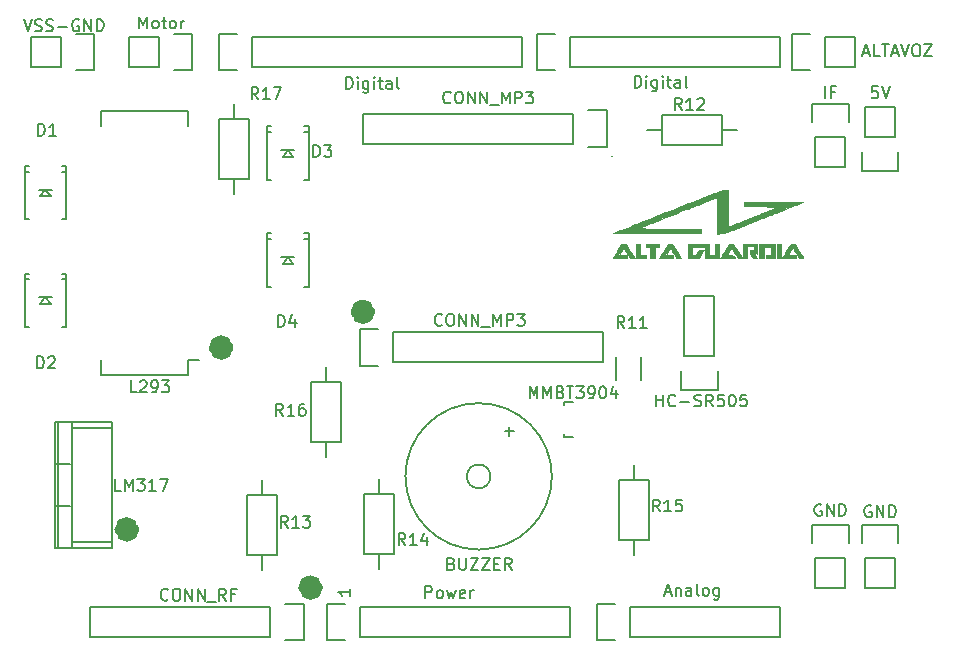
<source format=gbr>
G04 #@! TF.FileFunction,Legend,Top*
%FSLAX45Y45*%
G04 Gerber Fmt 4.5, Leading zero omitted, Abs format (unit mm)*
G04 Created by KiCad (PCBNEW 4.0.4-stable) date 10/22/16 14:43:45*
%MOMM*%
%LPD*%
G01*
G04 APERTURE LIST*
%ADD10C,0.100000*%
%ADD11C,1.000000*%
%ADD12C,0.150000*%
%ADD13C,0.010000*%
G04 APERTURE END LIST*
D10*
D11*
X12102241Y-11597700D02*
G75*
G03X12102241Y-11597700I-54001J0D01*
G01*
X12899741Y-10057700D02*
G75*
G03X12899741Y-10057700I-54001J0D01*
G01*
X14099741Y-9755200D02*
G75*
G03X14099741Y-9755200I-54001J0D01*
G01*
D12*
X16154800Y-8431500D02*
X16159800Y-8431500D01*
D11*
X13657241Y-12090200D02*
G75*
G03X13657241Y-12090200I-54001J0D01*
G01*
D12*
X13939038Y-12099928D02*
X13939038Y-12157071D01*
X13939038Y-12128500D02*
X13839038Y-12128500D01*
X13853324Y-12138024D01*
X13862848Y-12147548D01*
X13867609Y-12157071D01*
X14020800Y-12509500D02*
X15798800Y-12509500D01*
X15798800Y-12509500D02*
X15798800Y-12255500D01*
X15798800Y-12255500D02*
X14020800Y-12255500D01*
X13738800Y-12537500D02*
X13893800Y-12537500D01*
X14020800Y-12509500D02*
X14020800Y-12255500D01*
X13893800Y-12227500D02*
X13738800Y-12227500D01*
X13738800Y-12227500D02*
X13738800Y-12537500D01*
X16306800Y-12509500D02*
X17576800Y-12509500D01*
X17576800Y-12509500D02*
X17576800Y-12255500D01*
X17576800Y-12255500D02*
X16306800Y-12255500D01*
X16024800Y-12537500D02*
X16179800Y-12537500D01*
X16306800Y-12509500D02*
X16306800Y-12255500D01*
X16179800Y-12227500D02*
X16024800Y-12227500D01*
X16024800Y-12227500D02*
X16024800Y-12537500D01*
X13106400Y-7683500D02*
X15392400Y-7683500D01*
X15392400Y-7683500D02*
X15392400Y-7429500D01*
X15392400Y-7429500D02*
X13106400Y-7429500D01*
X12824400Y-7711500D02*
X12979400Y-7711500D01*
X13106400Y-7683500D02*
X13106400Y-7429500D01*
X12979400Y-7401500D02*
X12824400Y-7401500D01*
X12824400Y-7401500D02*
X12824400Y-7711500D01*
X15798800Y-7683500D02*
X17576800Y-7683500D01*
X17576800Y-7683500D02*
X17576800Y-7429500D01*
X17576800Y-7429500D02*
X15798800Y-7429500D01*
X15516800Y-7711500D02*
X15671800Y-7711500D01*
X15798800Y-7683500D02*
X15798800Y-7429500D01*
X15671800Y-7401500D02*
X15516800Y-7401500D01*
X15516800Y-7401500D02*
X15516800Y-7711500D01*
X18298160Y-8277860D02*
X18298160Y-8023860D01*
X18270160Y-8559860D02*
X18270160Y-8404860D01*
X18298160Y-8277860D02*
X18552160Y-8277860D01*
X18580160Y-8404860D02*
X18580160Y-8559860D01*
X18580160Y-8559860D02*
X18270160Y-8559860D01*
X18552160Y-8277860D02*
X18552160Y-8023860D01*
X18552160Y-8023860D02*
X18298160Y-8023860D01*
X18130520Y-8277860D02*
X18130520Y-8531860D01*
X18158520Y-7995860D02*
X18158520Y-8150860D01*
X18130520Y-8277860D02*
X17876520Y-8277860D01*
X17848520Y-8150860D02*
X17848520Y-7995860D01*
X17848520Y-7995860D02*
X18158520Y-7995860D01*
X17876520Y-8277860D02*
X17876520Y-8531860D01*
X17876520Y-8531860D02*
X18130520Y-8531860D01*
X18130520Y-11838940D02*
X18130520Y-12092940D01*
X18158520Y-11556940D02*
X18158520Y-11711940D01*
X18130520Y-11838940D02*
X17876520Y-11838940D01*
X17848520Y-11711940D02*
X17848520Y-11556940D01*
X17848520Y-11556940D02*
X18158520Y-11556940D01*
X17876520Y-11838940D02*
X17876520Y-12092940D01*
X17876520Y-12092940D02*
X18130520Y-12092940D01*
X18552160Y-11838880D02*
X18552160Y-12092880D01*
X18580160Y-11556880D02*
X18580160Y-11711880D01*
X18552160Y-11838880D02*
X18298160Y-11838880D01*
X18270160Y-11711880D02*
X18270160Y-11556880D01*
X18270160Y-11556880D02*
X18580160Y-11556880D01*
X18298160Y-11838880D02*
X18298160Y-12092880D01*
X18298160Y-12092880D02*
X18552160Y-12092880D01*
X13263880Y-12509500D02*
X11739880Y-12509500D01*
X11739880Y-12509500D02*
X11739880Y-12255500D01*
X11739880Y-12255500D02*
X13263880Y-12255500D01*
X13545880Y-12537500D02*
X13390880Y-12537500D01*
X13263880Y-12509500D02*
X13263880Y-12255500D01*
X13390880Y-12227500D02*
X13545880Y-12227500D01*
X13545880Y-12227500D02*
X13545880Y-12537500D01*
X17023080Y-10132060D02*
X17023080Y-9624060D01*
X17023080Y-9624060D02*
X16769080Y-9624060D01*
X16769080Y-9624060D02*
X16769080Y-10132060D01*
X16741080Y-10414060D02*
X16741080Y-10259060D01*
X16769080Y-10132060D02*
X17023080Y-10132060D01*
X17051080Y-10259060D02*
X17051080Y-10414060D01*
X17051080Y-10414060D02*
X16741080Y-10414060D01*
X14305280Y-9928860D02*
X16083280Y-9928860D01*
X16083280Y-9928860D02*
X16083280Y-10182860D01*
X16083280Y-10182860D02*
X14305280Y-10182860D01*
X14023280Y-9900860D02*
X14178280Y-9900860D01*
X14305280Y-9928860D02*
X14305280Y-10182860D01*
X14178280Y-10210860D02*
X14023280Y-10210860D01*
X14023280Y-10210860D02*
X14023280Y-9900860D01*
X15829280Y-8331200D02*
X14051280Y-8331200D01*
X14051280Y-8331200D02*
X14051280Y-8077200D01*
X14051280Y-8077200D02*
X15829280Y-8077200D01*
X16111280Y-8359200D02*
X15956280Y-8359200D01*
X15829280Y-8331200D02*
X15829280Y-8077200D01*
X15956280Y-8049200D02*
X16111280Y-8049200D01*
X16111280Y-8049200D02*
X16111280Y-8359200D01*
X15751556Y-10538084D02*
X15751556Y-10542910D01*
X15821660Y-10817982D02*
X15751556Y-10817982D01*
X15751556Y-10817982D02*
X15751556Y-10793090D01*
X15751556Y-10538084D02*
X15751556Y-10518018D01*
X15751556Y-10518018D02*
X15821660Y-10518018D01*
X16186600Y-10336200D02*
X16186600Y-10136200D01*
X16401600Y-10136200D02*
X16401600Y-10336200D01*
X15126716Y-11148060D02*
G75*
G03X15126716Y-11148060I-100076J0D01*
G01*
X15646654Y-11148060D02*
G75*
G03X15646654Y-11148060I-620014J0D01*
G01*
X17962880Y-7429500D02*
X18216880Y-7429500D01*
X17680880Y-7401500D02*
X17835880Y-7401500D01*
X17962880Y-7429500D02*
X17962880Y-7683500D01*
X17835880Y-7711500D02*
X17680880Y-7711500D01*
X17680880Y-7711500D02*
X17680880Y-7401500D01*
X17962880Y-7683500D02*
X18216880Y-7683500D01*
X18216880Y-7683500D02*
X18216880Y-7429500D01*
X11582400Y-10739120D02*
X11925300Y-10739120D01*
X11582400Y-11704320D02*
X11925300Y-11704320D01*
X11468100Y-10688320D02*
X11468100Y-11755120D01*
X11569700Y-11043920D02*
X11442700Y-11043920D01*
X11569700Y-11399520D02*
X11442700Y-11399520D01*
X11582400Y-11755120D02*
X11582400Y-10688320D01*
X11925300Y-10688320D02*
X11925300Y-11755120D01*
X11442700Y-11755120D02*
X11925300Y-11755120D01*
X11442700Y-10688320D02*
X11925300Y-10688320D01*
X11442700Y-10688320D02*
X11442700Y-11755120D01*
X11358880Y-8722760D02*
X11403880Y-8777760D01*
X11403880Y-8777760D02*
X11313880Y-8777760D01*
X11313880Y-8777760D02*
X11358880Y-8722760D01*
X11413880Y-8722760D02*
X11303880Y-8722760D01*
X11183874Y-8567846D02*
X11218926Y-8567846D01*
X11533886Y-8567846D02*
X11498834Y-8567846D01*
X11183874Y-8972804D02*
X11218926Y-8972804D01*
X11183874Y-8522716D02*
X11218926Y-8522716D01*
X11533886Y-8522716D02*
X11498834Y-8522716D01*
X11533886Y-8972804D02*
X11498834Y-8972804D01*
X11183874Y-8522716D02*
X11183874Y-8972804D01*
X11533886Y-8522716D02*
X11533886Y-8972804D01*
X11358880Y-9632080D02*
X11403880Y-9687080D01*
X11403880Y-9687080D02*
X11313880Y-9687080D01*
X11313880Y-9687080D02*
X11358880Y-9632080D01*
X11413880Y-9632080D02*
X11303880Y-9632080D01*
X11183874Y-9477166D02*
X11218926Y-9477166D01*
X11533886Y-9477166D02*
X11498834Y-9477166D01*
X11183874Y-9882124D02*
X11218926Y-9882124D01*
X11183874Y-9432036D02*
X11218926Y-9432036D01*
X11533886Y-9432036D02*
X11498834Y-9432036D01*
X11533886Y-9882124D02*
X11498834Y-9882124D01*
X11183874Y-9432036D02*
X11183874Y-9882124D01*
X11533886Y-9432036D02*
X11533886Y-9882124D01*
X13411200Y-8384940D02*
X13456200Y-8439940D01*
X13456200Y-8439940D02*
X13366200Y-8439940D01*
X13366200Y-8439940D02*
X13411200Y-8384940D01*
X13466200Y-8384940D02*
X13356200Y-8384940D01*
X13236194Y-8230026D02*
X13271246Y-8230026D01*
X13586206Y-8230026D02*
X13551154Y-8230026D01*
X13236194Y-8634984D02*
X13271246Y-8634984D01*
X13236194Y-8184896D02*
X13271246Y-8184896D01*
X13586206Y-8184896D02*
X13551154Y-8184896D01*
X13586206Y-8634984D02*
X13551154Y-8634984D01*
X13236194Y-8184896D02*
X13236194Y-8634984D01*
X13586206Y-8184896D02*
X13586206Y-8634984D01*
X13411200Y-9291720D02*
X13456200Y-9346720D01*
X13456200Y-9346720D02*
X13366200Y-9346720D01*
X13366200Y-9346720D02*
X13411200Y-9291720D01*
X13466200Y-9291720D02*
X13356200Y-9291720D01*
X13236194Y-9136806D02*
X13271246Y-9136806D01*
X13586206Y-9136806D02*
X13551154Y-9136806D01*
X13236194Y-9541764D02*
X13271246Y-9541764D01*
X13236194Y-9091676D02*
X13271246Y-9091676D01*
X13586206Y-9091676D02*
X13551154Y-9091676D01*
X13586206Y-9541764D02*
X13551154Y-9541764D01*
X13236194Y-9091676D02*
X13236194Y-9541764D01*
X13586206Y-9091676D02*
X13586206Y-9541764D01*
X11488420Y-7683500D02*
X11234420Y-7683500D01*
X11770420Y-7711500D02*
X11615420Y-7711500D01*
X11488420Y-7683500D02*
X11488420Y-7429500D01*
X11615420Y-7401500D02*
X11770420Y-7401500D01*
X11770420Y-7401500D02*
X11770420Y-7711500D01*
X11488420Y-7429500D02*
X11234420Y-7429500D01*
X11234420Y-7429500D02*
X11234420Y-7683500D01*
X17089120Y-8338820D02*
X16581120Y-8338820D01*
X16581120Y-8338820D02*
X16581120Y-8084820D01*
X16581120Y-8084820D02*
X17089120Y-8084820D01*
X17089120Y-8084820D02*
X17089120Y-8338820D01*
X17089120Y-8211820D02*
X17216120Y-8211820D01*
X16581120Y-8211820D02*
X16454120Y-8211820D01*
X13062800Y-11815000D02*
X13062800Y-11307000D01*
X13062800Y-11307000D02*
X13316800Y-11307000D01*
X13316800Y-11307000D02*
X13316800Y-11815000D01*
X13316800Y-11815000D02*
X13062800Y-11815000D01*
X13189800Y-11815000D02*
X13189800Y-11942000D01*
X13189800Y-11307000D02*
X13189800Y-11180000D01*
X14314300Y-11295500D02*
X14314300Y-11803500D01*
X14314300Y-11803500D02*
X14060300Y-11803500D01*
X14060300Y-11803500D02*
X14060300Y-11295500D01*
X14060300Y-11295500D02*
X14314300Y-11295500D01*
X14187300Y-11295500D02*
X14187300Y-11168500D01*
X14187300Y-11803500D02*
X14187300Y-11930500D01*
X16471900Y-11178540D02*
X16471900Y-11686540D01*
X16471900Y-11686540D02*
X16217900Y-11686540D01*
X16217900Y-11686540D02*
X16217900Y-11178540D01*
X16217900Y-11178540D02*
X16471900Y-11178540D01*
X16344900Y-11178540D02*
X16344900Y-11051540D01*
X16344900Y-11686540D02*
X16344900Y-11813540D01*
X13604240Y-10853420D02*
X13604240Y-10345420D01*
X13604240Y-10345420D02*
X13858240Y-10345420D01*
X13858240Y-10345420D02*
X13858240Y-10853420D01*
X13858240Y-10853420D02*
X13604240Y-10853420D01*
X13731240Y-10853420D02*
X13731240Y-10980420D01*
X13731240Y-10345420D02*
X13731240Y-10218420D01*
X12827000Y-8633460D02*
X12827000Y-8125460D01*
X12827000Y-8125460D02*
X13081000Y-8125460D01*
X13081000Y-8125460D02*
X13081000Y-8633460D01*
X13081000Y-8633460D02*
X12827000Y-8633460D01*
X12954000Y-8633460D02*
X12954000Y-8760460D01*
X12954000Y-8125460D02*
X12954000Y-7998460D01*
X12564580Y-10287900D02*
X12564580Y-10160900D01*
X11829580Y-10287900D02*
X11829580Y-10160900D01*
X11829580Y-8050900D02*
X11829580Y-8177900D01*
X12564580Y-8050900D02*
X12564580Y-8177900D01*
X12564580Y-10287900D02*
X11829580Y-10287900D01*
X12564580Y-8050900D02*
X11829580Y-8050900D01*
X12564580Y-10160900D02*
X12658080Y-10160900D01*
X12320300Y-7683500D02*
X12066300Y-7683500D01*
X12602300Y-7711500D02*
X12447300Y-7711500D01*
X12320300Y-7683500D02*
X12320300Y-7429500D01*
X12447300Y-7401500D02*
X12602300Y-7401500D01*
X12602300Y-7401500D02*
X12602300Y-7711500D01*
X12320300Y-7429500D02*
X12066300Y-7429500D01*
X12066300Y-7429500D02*
X12066300Y-7683500D01*
D13*
G36*
X16310325Y-9239870D02*
X16347244Y-9301338D01*
X16328341Y-9301942D01*
X16319818Y-9302038D01*
X16312913Y-9301787D01*
X16308657Y-9301242D01*
X16307865Y-9300900D01*
X16306378Y-9298716D01*
X16303063Y-9293484D01*
X16298241Y-9285725D01*
X16292236Y-9275958D01*
X16285369Y-9264706D01*
X16281045Y-9257581D01*
X16273800Y-9245788D01*
X16267156Y-9235290D01*
X16261445Y-9226584D01*
X16256996Y-9220168D01*
X16254143Y-9216539D01*
X16253332Y-9215907D01*
X16251487Y-9217612D01*
X16247970Y-9222326D01*
X16243189Y-9229448D01*
X16237553Y-9238377D01*
X16233497Y-9245079D01*
X16216129Y-9274250D01*
X16248533Y-9274824D01*
X16280936Y-9275398D01*
X16280936Y-9302380D01*
X16220436Y-9302380D01*
X16202987Y-9302367D01*
X16189277Y-9302312D01*
X16178881Y-9302186D01*
X16171370Y-9301965D01*
X16166317Y-9301620D01*
X16163295Y-9301126D01*
X16161877Y-9300456D01*
X16161635Y-9299583D01*
X16161994Y-9298733D01*
X16163537Y-9296111D01*
X16166957Y-9290372D01*
X16171982Y-9281969D01*
X16178339Y-9271356D01*
X16185758Y-9258987D01*
X16193966Y-9245316D01*
X16199117Y-9236744D01*
X16234183Y-9178401D01*
X16273406Y-9178401D01*
X16310325Y-9239870D01*
X16310325Y-9239870D01*
G37*
X16310325Y-9239870D02*
X16347244Y-9301338D01*
X16328341Y-9301942D01*
X16319818Y-9302038D01*
X16312913Y-9301787D01*
X16308657Y-9301242D01*
X16307865Y-9300900D01*
X16306378Y-9298716D01*
X16303063Y-9293484D01*
X16298241Y-9285725D01*
X16292236Y-9275958D01*
X16285369Y-9264706D01*
X16281045Y-9257581D01*
X16273800Y-9245788D01*
X16267156Y-9235290D01*
X16261445Y-9226584D01*
X16256996Y-9220168D01*
X16254143Y-9216539D01*
X16253332Y-9215907D01*
X16251487Y-9217612D01*
X16247970Y-9222326D01*
X16243189Y-9229448D01*
X16237553Y-9238377D01*
X16233497Y-9245079D01*
X16216129Y-9274250D01*
X16248533Y-9274824D01*
X16280936Y-9275398D01*
X16280936Y-9302380D01*
X16220436Y-9302380D01*
X16202987Y-9302367D01*
X16189277Y-9302312D01*
X16178881Y-9302186D01*
X16171370Y-9301965D01*
X16166317Y-9301620D01*
X16163295Y-9301126D01*
X16161877Y-9300456D01*
X16161635Y-9299583D01*
X16161994Y-9298733D01*
X16163537Y-9296111D01*
X16166957Y-9290372D01*
X16171982Y-9281969D01*
X16178339Y-9271356D01*
X16185758Y-9258987D01*
X16193966Y-9245316D01*
X16199117Y-9236744D01*
X16234183Y-9178401D01*
X16273406Y-9178401D01*
X16310325Y-9239870D01*
G36*
X16374820Y-9177802D02*
X16393691Y-9178401D01*
X16394094Y-9226326D01*
X16394496Y-9274250D01*
X16421063Y-9274833D01*
X16447630Y-9275417D01*
X16447630Y-9302380D01*
X16355948Y-9302380D01*
X16355948Y-9177203D01*
X16374820Y-9177802D01*
X16374820Y-9177802D01*
G37*
X16374820Y-9177802D02*
X16393691Y-9178401D01*
X16394094Y-9226326D01*
X16394496Y-9274250D01*
X16421063Y-9274833D01*
X16447630Y-9275417D01*
X16447630Y-9302380D01*
X16355948Y-9302380D01*
X16355948Y-9177203D01*
X16374820Y-9177802D01*
G36*
X16501285Y-9177845D02*
X16554939Y-9178401D01*
X16554939Y-9203405D01*
X16537749Y-9204011D01*
X16520559Y-9204616D01*
X16520559Y-9302380D01*
X16480969Y-9302380D01*
X16480969Y-9204447D01*
X16447630Y-9204447D01*
X16447630Y-9177289D01*
X16501285Y-9177845D01*
X16501285Y-9177845D01*
G37*
X16501285Y-9177845D02*
X16554939Y-9178401D01*
X16554939Y-9203405D01*
X16537749Y-9204011D01*
X16520559Y-9204616D01*
X16520559Y-9302380D01*
X16480969Y-9302380D01*
X16480969Y-9204447D01*
X16447630Y-9204447D01*
X16447630Y-9177289D01*
X16501285Y-9177845D01*
G36*
X16704104Y-9239870D02*
X16740979Y-9301338D01*
X16722116Y-9301942D01*
X16713602Y-9302038D01*
X16706707Y-9301786D01*
X16702462Y-9301240D01*
X16701679Y-9300900D01*
X16700193Y-9298716D01*
X16696877Y-9293484D01*
X16692056Y-9285725D01*
X16686051Y-9275958D01*
X16679184Y-9264706D01*
X16674859Y-9257581D01*
X16667616Y-9245789D01*
X16660977Y-9235291D01*
X16655273Y-9226585D01*
X16650833Y-9220169D01*
X16647989Y-9216540D01*
X16647185Y-9215907D01*
X16645359Y-9217616D01*
X16641871Y-9222339D01*
X16637126Y-9229473D01*
X16631531Y-9238416D01*
X16627534Y-9245079D01*
X16610313Y-9274250D01*
X16642532Y-9274824D01*
X16674751Y-9275398D01*
X16674751Y-9302380D01*
X16614251Y-9302380D01*
X16596801Y-9302367D01*
X16583092Y-9302312D01*
X16572695Y-9302186D01*
X16565184Y-9301965D01*
X16560131Y-9301620D01*
X16557108Y-9301126D01*
X16555690Y-9300456D01*
X16555447Y-9299582D01*
X16555805Y-9298733D01*
X16557348Y-9296112D01*
X16560770Y-9290375D01*
X16565799Y-9281974D01*
X16572162Y-9271365D01*
X16579588Y-9258999D01*
X16587805Y-9245332D01*
X16592972Y-9236744D01*
X16628085Y-9178401D01*
X16667229Y-9178401D01*
X16704104Y-9239870D01*
X16704104Y-9239870D01*
G37*
X16704104Y-9239870D02*
X16740979Y-9301338D01*
X16722116Y-9301942D01*
X16713602Y-9302038D01*
X16706707Y-9301786D01*
X16702462Y-9301240D01*
X16701679Y-9300900D01*
X16700193Y-9298716D01*
X16696877Y-9293484D01*
X16692056Y-9285725D01*
X16686051Y-9275958D01*
X16679184Y-9264706D01*
X16674859Y-9257581D01*
X16667616Y-9245789D01*
X16660977Y-9235291D01*
X16655273Y-9226585D01*
X16650833Y-9220169D01*
X16647989Y-9216540D01*
X16647185Y-9215907D01*
X16645359Y-9217616D01*
X16641871Y-9222339D01*
X16637126Y-9229473D01*
X16631531Y-9238416D01*
X16627534Y-9245079D01*
X16610313Y-9274250D01*
X16642532Y-9274824D01*
X16674751Y-9275398D01*
X16674751Y-9302380D01*
X16614251Y-9302380D01*
X16596801Y-9302367D01*
X16583092Y-9302312D01*
X16572695Y-9302186D01*
X16565184Y-9301965D01*
X16560131Y-9301620D01*
X16557108Y-9301126D01*
X16555690Y-9300456D01*
X16555447Y-9299582D01*
X16555805Y-9298733D01*
X16557348Y-9296112D01*
X16560770Y-9290375D01*
X16565799Y-9281974D01*
X16572162Y-9271365D01*
X16579588Y-9258999D01*
X16587805Y-9245332D01*
X16592972Y-9236744D01*
X16628085Y-9178401D01*
X16667229Y-9178401D01*
X16704104Y-9239870D01*
G36*
X16931043Y-9204447D02*
X16835194Y-9204447D01*
X16835194Y-9239830D01*
X16835192Y-9253362D01*
X16835378Y-9263269D01*
X16836044Y-9270092D01*
X16837479Y-9274373D01*
X16839973Y-9276651D01*
X16843818Y-9277469D01*
X16849302Y-9277368D01*
X16855120Y-9276985D01*
X16865394Y-9276334D01*
X16879643Y-9252893D01*
X16893893Y-9229451D01*
X16912642Y-9229451D01*
X16920797Y-9229625D01*
X16926997Y-9230092D01*
X16930357Y-9230768D01*
X16930696Y-9231158D01*
X16929459Y-9233404D01*
X16926425Y-9238648D01*
X16921935Y-9246310D01*
X16916326Y-9255812D01*
X16909941Y-9266574D01*
X16909317Y-9267623D01*
X16888632Y-9302380D01*
X16844137Y-9302380D01*
X16828510Y-9302320D01*
X16816641Y-9302123D01*
X16808122Y-9301766D01*
X16802546Y-9301225D01*
X16799503Y-9300478D01*
X16798631Y-9299749D01*
X16798389Y-9297054D01*
X16798207Y-9290746D01*
X16798088Y-9281379D01*
X16798036Y-9269507D01*
X16798056Y-9255684D01*
X16798151Y-9240463D01*
X16798175Y-9237759D01*
X16798730Y-9178401D01*
X16864886Y-9177851D01*
X16931043Y-9177301D01*
X16931043Y-9204447D01*
X16931043Y-9204447D01*
G37*
X16931043Y-9204447D02*
X16835194Y-9204447D01*
X16835194Y-9239830D01*
X16835192Y-9253362D01*
X16835378Y-9263269D01*
X16836044Y-9270092D01*
X16837479Y-9274373D01*
X16839973Y-9276651D01*
X16843818Y-9277469D01*
X16849302Y-9277368D01*
X16855120Y-9276985D01*
X16865394Y-9276334D01*
X16879643Y-9252893D01*
X16893893Y-9229451D01*
X16912642Y-9229451D01*
X16920797Y-9229625D01*
X16926997Y-9230092D01*
X16930357Y-9230768D01*
X16930696Y-9231158D01*
X16929459Y-9233404D01*
X16926425Y-9238648D01*
X16921935Y-9246310D01*
X16916326Y-9255812D01*
X16909941Y-9266574D01*
X16909317Y-9267623D01*
X16888632Y-9302380D01*
X16844137Y-9302380D01*
X16828510Y-9302320D01*
X16816641Y-9302123D01*
X16808122Y-9301766D01*
X16802546Y-9301225D01*
X16799503Y-9300478D01*
X16798631Y-9299749D01*
X16798389Y-9297054D01*
X16798207Y-9290746D01*
X16798088Y-9281379D01*
X16798036Y-9269507D01*
X16798056Y-9255684D01*
X16798151Y-9240463D01*
X16798175Y-9237759D01*
X16798730Y-9178401D01*
X16864886Y-9177851D01*
X16931043Y-9177301D01*
X16931043Y-9204447D01*
G36*
X17047208Y-9177799D02*
X17065440Y-9178401D01*
X17065440Y-9301338D01*
X16943545Y-9302443D01*
X16943545Y-9177740D01*
X16961777Y-9178071D01*
X16980009Y-9178401D01*
X16980569Y-9226847D01*
X16981128Y-9275292D01*
X17028976Y-9275292D01*
X17028976Y-9177197D01*
X17047208Y-9177799D01*
X17047208Y-9177799D01*
G37*
X17047208Y-9177799D02*
X17065440Y-9178401D01*
X17065440Y-9301338D01*
X16943545Y-9302443D01*
X16943545Y-9177740D01*
X16961777Y-9178071D01*
X16980009Y-9178401D01*
X16980569Y-9226847D01*
X16981128Y-9275292D01*
X17028976Y-9275292D01*
X17028976Y-9177197D01*
X17047208Y-9177799D01*
G36*
X17199837Y-9203621D02*
X17206172Y-9214284D01*
X17212475Y-9224906D01*
X17218090Y-9234380D01*
X17222362Y-9241604D01*
X17223010Y-9242702D01*
X17227158Y-9249681D01*
X17232716Y-9258957D01*
X17238926Y-9269269D01*
X17244462Y-9278418D01*
X17258368Y-9301338D01*
X17240232Y-9301945D01*
X17231858Y-9302028D01*
X17225085Y-9301729D01*
X17220983Y-9301109D01*
X17220335Y-9300791D01*
X17218800Y-9298577D01*
X17215437Y-9293310D01*
X17210567Y-9285505D01*
X17204510Y-9275679D01*
X17197589Y-9264349D01*
X17192780Y-9256427D01*
X17185493Y-9244520D01*
X17178854Y-9233914D01*
X17173179Y-9225098D01*
X17168787Y-9218560D01*
X17165996Y-9214787D01*
X17165180Y-9214049D01*
X17163475Y-9215840D01*
X17160174Y-9220532D01*
X17155717Y-9227393D01*
X17150545Y-9235688D01*
X17145098Y-9244684D01*
X17139817Y-9253647D01*
X17135144Y-9261844D01*
X17131517Y-9268540D01*
X17129378Y-9273003D01*
X17128992Y-9274309D01*
X17129713Y-9275485D01*
X17132239Y-9276357D01*
X17137114Y-9276985D01*
X17144883Y-9277429D01*
X17156090Y-9277751D01*
X17160768Y-9277842D01*
X17192544Y-9278418D01*
X17193794Y-9302380D01*
X17133190Y-9302380D01*
X17115724Y-9302367D01*
X17101998Y-9302312D01*
X17091586Y-9302187D01*
X17084060Y-9301966D01*
X17078994Y-9301622D01*
X17075960Y-9301129D01*
X17074533Y-9300461D01*
X17074283Y-9299590D01*
X17074643Y-9298733D01*
X17076187Y-9296111D01*
X17079606Y-9290372D01*
X17084630Y-9281968D01*
X17090987Y-9271355D01*
X17098405Y-9258986D01*
X17106612Y-9245314D01*
X17111760Y-9236744D01*
X17146820Y-9178401D01*
X17184209Y-9177335D01*
X17199837Y-9203621D01*
X17199837Y-9203621D01*
G37*
X17199837Y-9203621D02*
X17206172Y-9214284D01*
X17212475Y-9224906D01*
X17218090Y-9234380D01*
X17222362Y-9241604D01*
X17223010Y-9242702D01*
X17227158Y-9249681D01*
X17232716Y-9258957D01*
X17238926Y-9269269D01*
X17244462Y-9278418D01*
X17258368Y-9301338D01*
X17240232Y-9301945D01*
X17231858Y-9302028D01*
X17225085Y-9301729D01*
X17220983Y-9301109D01*
X17220335Y-9300791D01*
X17218800Y-9298577D01*
X17215437Y-9293310D01*
X17210567Y-9285505D01*
X17204510Y-9275679D01*
X17197589Y-9264349D01*
X17192780Y-9256427D01*
X17185493Y-9244520D01*
X17178854Y-9233914D01*
X17173179Y-9225098D01*
X17168787Y-9218560D01*
X17165996Y-9214787D01*
X17165180Y-9214049D01*
X17163475Y-9215840D01*
X17160174Y-9220532D01*
X17155717Y-9227393D01*
X17150545Y-9235688D01*
X17145098Y-9244684D01*
X17139817Y-9253647D01*
X17135144Y-9261844D01*
X17131517Y-9268540D01*
X17129378Y-9273003D01*
X17128992Y-9274309D01*
X17129713Y-9275485D01*
X17132239Y-9276357D01*
X17137114Y-9276985D01*
X17144883Y-9277429D01*
X17156090Y-9277751D01*
X17160768Y-9277842D01*
X17192544Y-9278418D01*
X17193794Y-9302380D01*
X17133190Y-9302380D01*
X17115724Y-9302367D01*
X17101998Y-9302312D01*
X17091586Y-9302187D01*
X17084060Y-9301966D01*
X17078994Y-9301622D01*
X17075960Y-9301129D01*
X17074533Y-9300461D01*
X17074283Y-9299590D01*
X17074643Y-9298733D01*
X17076187Y-9296111D01*
X17079606Y-9290372D01*
X17084630Y-9281968D01*
X17090987Y-9271355D01*
X17098405Y-9258986D01*
X17106612Y-9245314D01*
X17111760Y-9236744D01*
X17146820Y-9178401D01*
X17184209Y-9177335D01*
X17199837Y-9203621D01*
G36*
X17387377Y-9261748D02*
X17372787Y-9261056D01*
X17365602Y-9260862D01*
X17360392Y-9261000D01*
X17358209Y-9261441D01*
X17358196Y-9261487D01*
X17359388Y-9263489D01*
X17362626Y-9268085D01*
X17367406Y-9274577D01*
X17372782Y-9281689D01*
X17378534Y-9289279D01*
X17383217Y-9295584D01*
X17386328Y-9299916D01*
X17387368Y-9301574D01*
X17385436Y-9301923D01*
X17380251Y-9302196D01*
X17372726Y-9302355D01*
X17367937Y-9302380D01*
X17348506Y-9302380D01*
X17335640Y-9282971D01*
X17330027Y-9274397D01*
X17326341Y-9268227D01*
X17324179Y-9263410D01*
X17323133Y-9258898D01*
X17322800Y-9253640D01*
X17322774Y-9249632D01*
X17322774Y-9235702D01*
X17358196Y-9235702D01*
X17358196Y-9200280D01*
X17301937Y-9200280D01*
X17301937Y-9302380D01*
X17264369Y-9302380D01*
X17265473Y-9178401D01*
X17387368Y-9177296D01*
X17387377Y-9261748D01*
X17387377Y-9261748D01*
G37*
X17387377Y-9261748D02*
X17372787Y-9261056D01*
X17365602Y-9260862D01*
X17360392Y-9261000D01*
X17358209Y-9261441D01*
X17358196Y-9261487D01*
X17359388Y-9263489D01*
X17362626Y-9268085D01*
X17367406Y-9274577D01*
X17372782Y-9281689D01*
X17378534Y-9289279D01*
X17383217Y-9295584D01*
X17386328Y-9299916D01*
X17387368Y-9301574D01*
X17385436Y-9301923D01*
X17380251Y-9302196D01*
X17372726Y-9302355D01*
X17367937Y-9302380D01*
X17348506Y-9302380D01*
X17335640Y-9282971D01*
X17330027Y-9274397D01*
X17326341Y-9268227D01*
X17324179Y-9263410D01*
X17323133Y-9258898D01*
X17322800Y-9253640D01*
X17322774Y-9249632D01*
X17322774Y-9235702D01*
X17358196Y-9235702D01*
X17358196Y-9200280D01*
X17301937Y-9200280D01*
X17301937Y-9302380D01*
X17264369Y-9302380D01*
X17265473Y-9178401D01*
X17387368Y-9177296D01*
X17387377Y-9261748D01*
G36*
X17535498Y-9232577D02*
X17535556Y-9247702D01*
X17535622Y-9261767D01*
X17535692Y-9274137D01*
X17535761Y-9284177D01*
X17535826Y-9291255D01*
X17535879Y-9294566D01*
X17536070Y-9301338D01*
X17498183Y-9301906D01*
X17460296Y-9302474D01*
X17460296Y-9277532D01*
X17498844Y-9276334D01*
X17499414Y-9240391D01*
X17499985Y-9204447D01*
X17441620Y-9204447D01*
X17441061Y-9252893D01*
X17440501Y-9301338D01*
X17422269Y-9301940D01*
X17404037Y-9302542D01*
X17404037Y-9177359D01*
X17535309Y-9177359D01*
X17535498Y-9232577D01*
X17535498Y-9232577D01*
G37*
X17535498Y-9232577D02*
X17535556Y-9247702D01*
X17535622Y-9261767D01*
X17535692Y-9274137D01*
X17535761Y-9284177D01*
X17535826Y-9291255D01*
X17535879Y-9294566D01*
X17536070Y-9301338D01*
X17498183Y-9301906D01*
X17460296Y-9302474D01*
X17460296Y-9277532D01*
X17498844Y-9276334D01*
X17499414Y-9240391D01*
X17499985Y-9204447D01*
X17441620Y-9204447D01*
X17441061Y-9252893D01*
X17440501Y-9301338D01*
X17422269Y-9301940D01*
X17404037Y-9302542D01*
X17404037Y-9177359D01*
X17535309Y-9177359D01*
X17535498Y-9232577D01*
G36*
X17585317Y-9302380D02*
X17549894Y-9302380D01*
X17549894Y-9177359D01*
X17585317Y-9177359D01*
X17585317Y-9302380D01*
X17585317Y-9302380D01*
G37*
X17585317Y-9302380D02*
X17549894Y-9302380D01*
X17549894Y-9177359D01*
X17585317Y-9177359D01*
X17585317Y-9302380D01*
G36*
X17686183Y-9177817D02*
X17704743Y-9178401D01*
X17740879Y-9238439D01*
X17749471Y-9252772D01*
X17757332Y-9265999D01*
X17764213Y-9277690D01*
X17769863Y-9287417D01*
X17774033Y-9294748D01*
X17776471Y-9299255D01*
X17777015Y-9300509D01*
X17775050Y-9301437D01*
X17769598Y-9301954D01*
X17761325Y-9302008D01*
X17758783Y-9301940D01*
X17740551Y-9301338D01*
X17713919Y-9257581D01*
X17706502Y-9245472D01*
X17699757Y-9234605D01*
X17693994Y-9225472D01*
X17689526Y-9218561D01*
X17686664Y-9214365D01*
X17685761Y-9213293D01*
X17684176Y-9214775D01*
X17681009Y-9219203D01*
X17676679Y-9225868D01*
X17671606Y-9234058D01*
X17666208Y-9243065D01*
X17660904Y-9252179D01*
X17656113Y-9260690D01*
X17652254Y-9267888D01*
X17649746Y-9273063D01*
X17649007Y-9275506D01*
X17649026Y-9275546D01*
X17651400Y-9276186D01*
X17657185Y-9276729D01*
X17665622Y-9277131D01*
X17675956Y-9277349D01*
X17681289Y-9277376D01*
X17712421Y-9277376D01*
X17712421Y-9302380D01*
X17652863Y-9302380D01*
X17637635Y-9302320D01*
X17623893Y-9302150D01*
X17612151Y-9301886D01*
X17602922Y-9301543D01*
X17596720Y-9301138D01*
X17594058Y-9300686D01*
X17593999Y-9300582D01*
X17595200Y-9298428D01*
X17598296Y-9293129D01*
X17603034Y-9285111D01*
X17609160Y-9274800D01*
X17616422Y-9262622D01*
X17624567Y-9249003D01*
X17631158Y-9238008D01*
X17667622Y-9177232D01*
X17686183Y-9177817D01*
X17686183Y-9177817D01*
G37*
X17686183Y-9177817D02*
X17704743Y-9178401D01*
X17740879Y-9238439D01*
X17749471Y-9252772D01*
X17757332Y-9265999D01*
X17764213Y-9277690D01*
X17769863Y-9287417D01*
X17774033Y-9294748D01*
X17776471Y-9299255D01*
X17777015Y-9300509D01*
X17775050Y-9301437D01*
X17769598Y-9301954D01*
X17761325Y-9302008D01*
X17758783Y-9301940D01*
X17740551Y-9301338D01*
X17713919Y-9257581D01*
X17706502Y-9245472D01*
X17699757Y-9234605D01*
X17693994Y-9225472D01*
X17689526Y-9218561D01*
X17686664Y-9214365D01*
X17685761Y-9213293D01*
X17684176Y-9214775D01*
X17681009Y-9219203D01*
X17676679Y-9225868D01*
X17671606Y-9234058D01*
X17666208Y-9243065D01*
X17660904Y-9252179D01*
X17656113Y-9260690D01*
X17652254Y-9267888D01*
X17649746Y-9273063D01*
X17649007Y-9275506D01*
X17649026Y-9275546D01*
X17651400Y-9276186D01*
X17657185Y-9276729D01*
X17665622Y-9277131D01*
X17675956Y-9277349D01*
X17681289Y-9277376D01*
X17712421Y-9277376D01*
X17712421Y-9302380D01*
X17652863Y-9302380D01*
X17637635Y-9302320D01*
X17623893Y-9302150D01*
X17612151Y-9301886D01*
X17602922Y-9301543D01*
X17596720Y-9301138D01*
X17594058Y-9300686D01*
X17593999Y-9300582D01*
X17595200Y-9298428D01*
X17598296Y-9293129D01*
X17603034Y-9285111D01*
X17609160Y-9274800D01*
X17616422Y-9262622D01*
X17624567Y-9249003D01*
X17631158Y-9238008D01*
X17667622Y-9177232D01*
X17686183Y-9177817D01*
G36*
X17086809Y-8908841D02*
X17086277Y-9090887D01*
X17045645Y-9092080D01*
X17045645Y-8942396D01*
X17045643Y-8913337D01*
X17045627Y-8888166D01*
X17045582Y-8866604D01*
X17045493Y-8848372D01*
X17045343Y-8833190D01*
X17045117Y-8820779D01*
X17044801Y-8810860D01*
X17044378Y-8803154D01*
X17043834Y-8797381D01*
X17043152Y-8793263D01*
X17042318Y-8790520D01*
X17041316Y-8788872D01*
X17040131Y-8788041D01*
X17038747Y-8787748D01*
X17037149Y-8787712D01*
X17037115Y-8787712D01*
X17034466Y-8788455D01*
X17028372Y-8790576D01*
X17019260Y-8793914D01*
X17007559Y-8798307D01*
X16993695Y-8803595D01*
X16978097Y-8809617D01*
X16961192Y-8816211D01*
X16953664Y-8819168D01*
X16935081Y-8826481D01*
X16916571Y-8833764D01*
X16898750Y-8840775D01*
X16882236Y-8847271D01*
X16867647Y-8853009D01*
X16855600Y-8857745D01*
X16846713Y-8861237D01*
X16845612Y-8861670D01*
X16838621Y-8864418D01*
X16828115Y-8868553D01*
X16814457Y-8873930D01*
X16798009Y-8880408D01*
X16779134Y-8887843D01*
X16758193Y-8896093D01*
X16735550Y-8905014D01*
X16711566Y-8914465D01*
X16686604Y-8924302D01*
X16661027Y-8934382D01*
X16635196Y-8944562D01*
X16609473Y-8954701D01*
X16584222Y-8964654D01*
X16559805Y-8974280D01*
X16536584Y-8983435D01*
X16514920Y-8991976D01*
X16495178Y-8999762D01*
X16477718Y-9006648D01*
X16462904Y-9012492D01*
X16451097Y-9017151D01*
X16442660Y-9020484D01*
X16441588Y-9020907D01*
X16428522Y-9026120D01*
X16418854Y-9030136D01*
X16412080Y-9033231D01*
X16407701Y-9035682D01*
X16405214Y-9037764D01*
X16404117Y-9039754D01*
X16403905Y-9041655D01*
X16403878Y-9042968D01*
X16403916Y-9044144D01*
X16404236Y-9045190D01*
X16405055Y-9046114D01*
X16406592Y-9046924D01*
X16409063Y-9047626D01*
X16412686Y-9048228D01*
X16417678Y-9048738D01*
X16424257Y-9049163D01*
X16432641Y-9049511D01*
X16443046Y-9049789D01*
X16455690Y-9050004D01*
X16470790Y-9050163D01*
X16488564Y-9050276D01*
X16509230Y-9050348D01*
X16533004Y-9050387D01*
X16560105Y-9050400D01*
X16590749Y-9050396D01*
X16625154Y-9050382D01*
X16658272Y-9050366D01*
X16690287Y-9050365D01*
X16721156Y-9050389D01*
X16750620Y-9050436D01*
X16778423Y-9050506D01*
X16804307Y-9050595D01*
X16828015Y-9050704D01*
X16849289Y-9050830D01*
X16867872Y-9050973D01*
X16883507Y-9051130D01*
X16895936Y-9051300D01*
X16904902Y-9051481D01*
X16910148Y-9051673D01*
X16911482Y-9051820D01*
X16912662Y-9054745D01*
X16913379Y-9061290D01*
X16913577Y-9070928D01*
X16913565Y-9072134D01*
X16913332Y-9090887D01*
X16536285Y-9091413D01*
X16494482Y-9091462D01*
X16454306Y-9091489D01*
X16415935Y-9091495D01*
X16379549Y-9091481D01*
X16345325Y-9091447D01*
X16313443Y-9091394D01*
X16284080Y-9091322D01*
X16257414Y-9091233D01*
X16233625Y-9091127D01*
X16212891Y-9091003D01*
X16195390Y-9090864D01*
X16181300Y-9090710D01*
X16170801Y-9090541D01*
X16164070Y-9090358D01*
X16161286Y-9090161D01*
X16161223Y-9090113D01*
X16163468Y-9089048D01*
X16169256Y-9086603D01*
X16178251Y-9082916D01*
X16190114Y-9078120D01*
X16204507Y-9072353D01*
X16221091Y-9065748D01*
X16239529Y-9058442D01*
X16259482Y-9050569D01*
X16280613Y-9042266D01*
X16283020Y-9041323D01*
X16304064Y-9033071D01*
X16328623Y-9023436D01*
X16356335Y-9012559D01*
X16386836Y-9000585D01*
X16419765Y-8987654D01*
X16454758Y-8973910D01*
X16491453Y-8959496D01*
X16529487Y-8944553D01*
X16568497Y-8929225D01*
X16608121Y-8913653D01*
X16647996Y-8897981D01*
X16687760Y-8882351D01*
X16727049Y-8866905D01*
X16765501Y-8851786D01*
X16802753Y-8837137D01*
X16838443Y-8823101D01*
X16872208Y-8809818D01*
X16903685Y-8797434D01*
X16932511Y-8786089D01*
X16958325Y-8775926D01*
X16980763Y-8767088D01*
X16985218Y-8765333D01*
X17003956Y-8757966D01*
X17021622Y-8751055D01*
X17037813Y-8744753D01*
X17052131Y-8739216D01*
X17064174Y-8734597D01*
X17073542Y-8731050D01*
X17079833Y-8728731D01*
X17082642Y-8727795D01*
X17087342Y-8726795D01*
X17086809Y-8908841D01*
X17086809Y-8908841D01*
G37*
X17086809Y-8908841D02*
X17086277Y-9090887D01*
X17045645Y-9092080D01*
X17045645Y-8942396D01*
X17045643Y-8913337D01*
X17045627Y-8888166D01*
X17045582Y-8866604D01*
X17045493Y-8848372D01*
X17045343Y-8833190D01*
X17045117Y-8820779D01*
X17044801Y-8810860D01*
X17044378Y-8803154D01*
X17043834Y-8797381D01*
X17043152Y-8793263D01*
X17042318Y-8790520D01*
X17041316Y-8788872D01*
X17040131Y-8788041D01*
X17038747Y-8787748D01*
X17037149Y-8787712D01*
X17037115Y-8787712D01*
X17034466Y-8788455D01*
X17028372Y-8790576D01*
X17019260Y-8793914D01*
X17007559Y-8798307D01*
X16993695Y-8803595D01*
X16978097Y-8809617D01*
X16961192Y-8816211D01*
X16953664Y-8819168D01*
X16935081Y-8826481D01*
X16916571Y-8833764D01*
X16898750Y-8840775D01*
X16882236Y-8847271D01*
X16867647Y-8853009D01*
X16855600Y-8857745D01*
X16846713Y-8861237D01*
X16845612Y-8861670D01*
X16838621Y-8864418D01*
X16828115Y-8868553D01*
X16814457Y-8873930D01*
X16798009Y-8880408D01*
X16779134Y-8887843D01*
X16758193Y-8896093D01*
X16735550Y-8905014D01*
X16711566Y-8914465D01*
X16686604Y-8924302D01*
X16661027Y-8934382D01*
X16635196Y-8944562D01*
X16609473Y-8954701D01*
X16584222Y-8964654D01*
X16559805Y-8974280D01*
X16536584Y-8983435D01*
X16514920Y-8991976D01*
X16495178Y-8999762D01*
X16477718Y-9006648D01*
X16462904Y-9012492D01*
X16451097Y-9017151D01*
X16442660Y-9020484D01*
X16441588Y-9020907D01*
X16428522Y-9026120D01*
X16418854Y-9030136D01*
X16412080Y-9033231D01*
X16407701Y-9035682D01*
X16405214Y-9037764D01*
X16404117Y-9039754D01*
X16403905Y-9041655D01*
X16403878Y-9042968D01*
X16403916Y-9044144D01*
X16404236Y-9045190D01*
X16405055Y-9046114D01*
X16406592Y-9046924D01*
X16409063Y-9047626D01*
X16412686Y-9048228D01*
X16417678Y-9048738D01*
X16424257Y-9049163D01*
X16432641Y-9049511D01*
X16443046Y-9049789D01*
X16455690Y-9050004D01*
X16470790Y-9050163D01*
X16488564Y-9050276D01*
X16509230Y-9050348D01*
X16533004Y-9050387D01*
X16560105Y-9050400D01*
X16590749Y-9050396D01*
X16625154Y-9050382D01*
X16658272Y-9050366D01*
X16690287Y-9050365D01*
X16721156Y-9050389D01*
X16750620Y-9050436D01*
X16778423Y-9050506D01*
X16804307Y-9050595D01*
X16828015Y-9050704D01*
X16849289Y-9050830D01*
X16867872Y-9050973D01*
X16883507Y-9051130D01*
X16895936Y-9051300D01*
X16904902Y-9051481D01*
X16910148Y-9051673D01*
X16911482Y-9051820D01*
X16912662Y-9054745D01*
X16913379Y-9061290D01*
X16913577Y-9070928D01*
X16913565Y-9072134D01*
X16913332Y-9090887D01*
X16536285Y-9091413D01*
X16494482Y-9091462D01*
X16454306Y-9091489D01*
X16415935Y-9091495D01*
X16379549Y-9091481D01*
X16345325Y-9091447D01*
X16313443Y-9091394D01*
X16284080Y-9091322D01*
X16257414Y-9091233D01*
X16233625Y-9091127D01*
X16212891Y-9091003D01*
X16195390Y-9090864D01*
X16181300Y-9090710D01*
X16170801Y-9090541D01*
X16164070Y-9090358D01*
X16161286Y-9090161D01*
X16161223Y-9090113D01*
X16163468Y-9089048D01*
X16169256Y-9086603D01*
X16178251Y-9082916D01*
X16190114Y-9078120D01*
X16204507Y-9072353D01*
X16221091Y-9065748D01*
X16239529Y-9058442D01*
X16259482Y-9050569D01*
X16280613Y-9042266D01*
X16283020Y-9041323D01*
X16304064Y-9033071D01*
X16328623Y-9023436D01*
X16356335Y-9012559D01*
X16386836Y-9000585D01*
X16419765Y-8987654D01*
X16454758Y-8973910D01*
X16491453Y-8959496D01*
X16529487Y-8944553D01*
X16568497Y-8929225D01*
X16608121Y-8913653D01*
X16647996Y-8897981D01*
X16687760Y-8882351D01*
X16727049Y-8866905D01*
X16765501Y-8851786D01*
X16802753Y-8837137D01*
X16838443Y-8823101D01*
X16872208Y-8809818D01*
X16903685Y-8797434D01*
X16932511Y-8786089D01*
X16958325Y-8775926D01*
X16980763Y-8767088D01*
X16985218Y-8765333D01*
X17003956Y-8757966D01*
X17021622Y-8751055D01*
X17037813Y-8744753D01*
X17052131Y-8739216D01*
X17064174Y-8734597D01*
X17073542Y-8731050D01*
X17079833Y-8728731D01*
X17082642Y-8727795D01*
X17087342Y-8726795D01*
X17086809Y-8908841D01*
G36*
X17137327Y-9025155D02*
X17142161Y-9028323D01*
X17144055Y-9029333D01*
X17146290Y-9029749D01*
X17149441Y-9029411D01*
X17154086Y-9028161D01*
X17160800Y-9025840D01*
X17170161Y-9022289D01*
X17182743Y-9017349D01*
X17184355Y-9016712D01*
X17198603Y-9011080D01*
X17213957Y-9005016D01*
X17229056Y-8999059D01*
X17242536Y-8993746D01*
X17249845Y-8990869D01*
X17261063Y-8986455D01*
X17274925Y-8980996D01*
X17290199Y-8974979D01*
X17305653Y-8968889D01*
X17318606Y-8963782D01*
X17330360Y-8959148D01*
X17341055Y-8954934D01*
X17351212Y-8950935D01*
X17361351Y-8946948D01*
X17371994Y-8942767D01*
X17383662Y-8938188D01*
X17396875Y-8933006D01*
X17412154Y-8927018D01*
X17430021Y-8920018D01*
X17450997Y-8911802D01*
X17462380Y-8907343D01*
X17479878Y-8900480D01*
X17493902Y-8894940D01*
X17504865Y-8890536D01*
X17513177Y-8887083D01*
X17519250Y-8884395D01*
X17523496Y-8882285D01*
X17526324Y-8880567D01*
X17528148Y-8879055D01*
X17529377Y-8877563D01*
X17529883Y-8876789D01*
X17530843Y-8871982D01*
X17528269Y-8867581D01*
X17522753Y-8864583D01*
X17522609Y-8864542D01*
X17519657Y-8864284D01*
X17512921Y-8864034D01*
X17502786Y-8863797D01*
X17489636Y-8863579D01*
X17473855Y-8863383D01*
X17455827Y-8863215D01*
X17435936Y-8863080D01*
X17414567Y-8862982D01*
X17395182Y-8862932D01*
X17272766Y-8862724D01*
X17272766Y-8825218D01*
X17518118Y-8825190D01*
X17549839Y-8825175D01*
X17580453Y-8825140D01*
X17609697Y-8825086D01*
X17637306Y-8825014D01*
X17663016Y-8824925D01*
X17686562Y-8824821D01*
X17707680Y-8824704D01*
X17726106Y-8824575D01*
X17741575Y-8824434D01*
X17753823Y-8824284D01*
X17762585Y-8824127D01*
X17767597Y-8823962D01*
X17768680Y-8823865D01*
X17772110Y-8823389D01*
X17771947Y-8824649D01*
X17771806Y-8824805D01*
X17769302Y-8826213D01*
X17763525Y-8828846D01*
X17755093Y-8832440D01*
X17744625Y-8836734D01*
X17732740Y-8841463D01*
X17730132Y-8842484D01*
X17716322Y-8847877D01*
X17700305Y-8854146D01*
X17681856Y-8861379D01*
X17660749Y-8869664D01*
X17636760Y-8879091D01*
X17609664Y-8889746D01*
X17579234Y-8901720D01*
X17545247Y-8915099D01*
X17530099Y-8921064D01*
X17517615Y-8925978D01*
X17502274Y-8932012D01*
X17485097Y-8938766D01*
X17467108Y-8945837D01*
X17449328Y-8952824D01*
X17436334Y-8957928D01*
X17419983Y-8964350D01*
X17403142Y-8970966D01*
X17386707Y-8977424D01*
X17371576Y-8983370D01*
X17358645Y-8988454D01*
X17349862Y-8991908D01*
X17339981Y-8995792D01*
X17327040Y-9000874D01*
X17311855Y-9006834D01*
X17295247Y-9013351D01*
X17278032Y-9020102D01*
X17261031Y-9026767D01*
X17258180Y-9027885D01*
X17240009Y-9035014D01*
X17220328Y-9042751D01*
X17200224Y-9050665D01*
X17180789Y-9058328D01*
X17163112Y-9065310D01*
X17148966Y-9070910D01*
X17135715Y-9076139D01*
X17123736Y-9080813D01*
X17113575Y-9084726D01*
X17105780Y-9087667D01*
X17100899Y-9089426D01*
X17099479Y-9089845D01*
X17099220Y-9087811D01*
X17098973Y-9081907D01*
X17098740Y-9072430D01*
X17098525Y-9059678D01*
X17098329Y-9043949D01*
X17098157Y-9025538D01*
X17098010Y-9004745D01*
X17097892Y-8981866D01*
X17097805Y-8957199D01*
X17097753Y-8931041D01*
X17097737Y-8906482D01*
X17097737Y-8723118D01*
X17137327Y-8723118D01*
X17137327Y-9025155D01*
X17137327Y-9025155D01*
G37*
X17137327Y-9025155D02*
X17142161Y-9028323D01*
X17144055Y-9029333D01*
X17146290Y-9029749D01*
X17149441Y-9029411D01*
X17154086Y-9028161D01*
X17160800Y-9025840D01*
X17170161Y-9022289D01*
X17182743Y-9017349D01*
X17184355Y-9016712D01*
X17198603Y-9011080D01*
X17213957Y-9005016D01*
X17229056Y-8999059D01*
X17242536Y-8993746D01*
X17249845Y-8990869D01*
X17261063Y-8986455D01*
X17274925Y-8980996D01*
X17290199Y-8974979D01*
X17305653Y-8968889D01*
X17318606Y-8963782D01*
X17330360Y-8959148D01*
X17341055Y-8954934D01*
X17351212Y-8950935D01*
X17361351Y-8946948D01*
X17371994Y-8942767D01*
X17383662Y-8938188D01*
X17396875Y-8933006D01*
X17412154Y-8927018D01*
X17430021Y-8920018D01*
X17450997Y-8911802D01*
X17462380Y-8907343D01*
X17479878Y-8900480D01*
X17493902Y-8894940D01*
X17504865Y-8890536D01*
X17513177Y-8887083D01*
X17519250Y-8884395D01*
X17523496Y-8882285D01*
X17526324Y-8880567D01*
X17528148Y-8879055D01*
X17529377Y-8877563D01*
X17529883Y-8876789D01*
X17530843Y-8871982D01*
X17528269Y-8867581D01*
X17522753Y-8864583D01*
X17522609Y-8864542D01*
X17519657Y-8864284D01*
X17512921Y-8864034D01*
X17502786Y-8863797D01*
X17489636Y-8863579D01*
X17473855Y-8863383D01*
X17455827Y-8863215D01*
X17435936Y-8863080D01*
X17414567Y-8862982D01*
X17395182Y-8862932D01*
X17272766Y-8862724D01*
X17272766Y-8825218D01*
X17518118Y-8825190D01*
X17549839Y-8825175D01*
X17580453Y-8825140D01*
X17609697Y-8825086D01*
X17637306Y-8825014D01*
X17663016Y-8824925D01*
X17686562Y-8824821D01*
X17707680Y-8824704D01*
X17726106Y-8824575D01*
X17741575Y-8824434D01*
X17753823Y-8824284D01*
X17762585Y-8824127D01*
X17767597Y-8823962D01*
X17768680Y-8823865D01*
X17772110Y-8823389D01*
X17771947Y-8824649D01*
X17771806Y-8824805D01*
X17769302Y-8826213D01*
X17763525Y-8828846D01*
X17755093Y-8832440D01*
X17744625Y-8836734D01*
X17732740Y-8841463D01*
X17730132Y-8842484D01*
X17716322Y-8847877D01*
X17700305Y-8854146D01*
X17681856Y-8861379D01*
X17660749Y-8869664D01*
X17636760Y-8879091D01*
X17609664Y-8889746D01*
X17579234Y-8901720D01*
X17545247Y-8915099D01*
X17530099Y-8921064D01*
X17517615Y-8925978D01*
X17502274Y-8932012D01*
X17485097Y-8938766D01*
X17467108Y-8945837D01*
X17449328Y-8952824D01*
X17436334Y-8957928D01*
X17419983Y-8964350D01*
X17403142Y-8970966D01*
X17386707Y-8977424D01*
X17371576Y-8983370D01*
X17358645Y-8988454D01*
X17349862Y-8991908D01*
X17339981Y-8995792D01*
X17327040Y-9000874D01*
X17311855Y-9006834D01*
X17295247Y-9013351D01*
X17278032Y-9020102D01*
X17261031Y-9026767D01*
X17258180Y-9027885D01*
X17240009Y-9035014D01*
X17220328Y-9042751D01*
X17200224Y-9050665D01*
X17180789Y-9058328D01*
X17163112Y-9065310D01*
X17148966Y-9070910D01*
X17135715Y-9076139D01*
X17123736Y-9080813D01*
X17113575Y-9084726D01*
X17105780Y-9087667D01*
X17100899Y-9089426D01*
X17099479Y-9089845D01*
X17099220Y-9087811D01*
X17098973Y-9081907D01*
X17098740Y-9072430D01*
X17098525Y-9059678D01*
X17098329Y-9043949D01*
X17098157Y-9025538D01*
X17098010Y-9004745D01*
X17097892Y-8981866D01*
X17097805Y-8957199D01*
X17097753Y-8931041D01*
X17097737Y-8906482D01*
X17097737Y-8723118D01*
X17137327Y-8723118D01*
X17137327Y-9025155D01*
D12*
X14575021Y-12178818D02*
X14575021Y-12078818D01*
X14613116Y-12078818D01*
X14622640Y-12083580D01*
X14627402Y-12088342D01*
X14632164Y-12097866D01*
X14632164Y-12112151D01*
X14627402Y-12121675D01*
X14622640Y-12126437D01*
X14613116Y-12131199D01*
X14575021Y-12131199D01*
X14689307Y-12178818D02*
X14679783Y-12174056D01*
X14675021Y-12169294D01*
X14670259Y-12159770D01*
X14670259Y-12131199D01*
X14675021Y-12121675D01*
X14679783Y-12116913D01*
X14689307Y-12112151D01*
X14703592Y-12112151D01*
X14713116Y-12116913D01*
X14717878Y-12121675D01*
X14722640Y-12131199D01*
X14722640Y-12159770D01*
X14717878Y-12169294D01*
X14713116Y-12174056D01*
X14703592Y-12178818D01*
X14689307Y-12178818D01*
X14755973Y-12112151D02*
X14775021Y-12178818D01*
X14794069Y-12131199D01*
X14813116Y-12178818D01*
X14832164Y-12112151D01*
X14908354Y-12174056D02*
X14898830Y-12178818D01*
X14879783Y-12178818D01*
X14870259Y-12174056D01*
X14865497Y-12164532D01*
X14865497Y-12126437D01*
X14870259Y-12116913D01*
X14879783Y-12112151D01*
X14898830Y-12112151D01*
X14908354Y-12116913D01*
X14913116Y-12126437D01*
X14913116Y-12135961D01*
X14865497Y-12145485D01*
X14955973Y-12178818D02*
X14955973Y-12112151D01*
X14955973Y-12131199D02*
X14960735Y-12121675D01*
X14965497Y-12116913D01*
X14975021Y-12112151D01*
X14984545Y-12112151D01*
X16604168Y-12129927D02*
X16651787Y-12129927D01*
X16594644Y-12158498D02*
X16627977Y-12058498D01*
X16661310Y-12158498D01*
X16694644Y-12091831D02*
X16694644Y-12158498D01*
X16694644Y-12101355D02*
X16699406Y-12096593D01*
X16708929Y-12091831D01*
X16723215Y-12091831D01*
X16732739Y-12096593D01*
X16737501Y-12106117D01*
X16737501Y-12158498D01*
X16827977Y-12158498D02*
X16827977Y-12106117D01*
X16823215Y-12096593D01*
X16813692Y-12091831D01*
X16794644Y-12091831D01*
X16785120Y-12096593D01*
X16827977Y-12153736D02*
X16818453Y-12158498D01*
X16794644Y-12158498D01*
X16785120Y-12153736D01*
X16780358Y-12144212D01*
X16780358Y-12134689D01*
X16785120Y-12125165D01*
X16794644Y-12120403D01*
X16818453Y-12120403D01*
X16827977Y-12115641D01*
X16889882Y-12158498D02*
X16880358Y-12153736D01*
X16875596Y-12144212D01*
X16875596Y-12058498D01*
X16942263Y-12158498D02*
X16932739Y-12153736D01*
X16927977Y-12148974D01*
X16923215Y-12139450D01*
X16923215Y-12110879D01*
X16927977Y-12101355D01*
X16932739Y-12096593D01*
X16942263Y-12091831D01*
X16956549Y-12091831D01*
X16966073Y-12096593D01*
X16970834Y-12101355D01*
X16975596Y-12110879D01*
X16975596Y-12139450D01*
X16970834Y-12148974D01*
X16966073Y-12153736D01*
X16956549Y-12158498D01*
X16942263Y-12158498D01*
X17061311Y-12091831D02*
X17061311Y-12172784D01*
X17056549Y-12182308D01*
X17051787Y-12187069D01*
X17042263Y-12191831D01*
X17027977Y-12191831D01*
X17018453Y-12187069D01*
X17061311Y-12153736D02*
X17051787Y-12158498D01*
X17032739Y-12158498D01*
X17023215Y-12153736D01*
X17018453Y-12148974D01*
X17013692Y-12139450D01*
X17013692Y-12110879D01*
X17018453Y-12101355D01*
X17023215Y-12096593D01*
X17032739Y-12091831D01*
X17051787Y-12091831D01*
X17061311Y-12096593D01*
X13903352Y-7865898D02*
X13903352Y-7765898D01*
X13927162Y-7765898D01*
X13941448Y-7770660D01*
X13950971Y-7780184D01*
X13955733Y-7789708D01*
X13960495Y-7808755D01*
X13960495Y-7823041D01*
X13955733Y-7842089D01*
X13950971Y-7851612D01*
X13941448Y-7861136D01*
X13927162Y-7865898D01*
X13903352Y-7865898D01*
X14003352Y-7865898D02*
X14003352Y-7799231D01*
X14003352Y-7765898D02*
X13998590Y-7770660D01*
X14003352Y-7775422D01*
X14008114Y-7770660D01*
X14003352Y-7765898D01*
X14003352Y-7775422D01*
X14093829Y-7799231D02*
X14093829Y-7880184D01*
X14089067Y-7889708D01*
X14084305Y-7894469D01*
X14074781Y-7899231D01*
X14060495Y-7899231D01*
X14050971Y-7894469D01*
X14093829Y-7861136D02*
X14084305Y-7865898D01*
X14065257Y-7865898D01*
X14055733Y-7861136D01*
X14050971Y-7856374D01*
X14046209Y-7846850D01*
X14046209Y-7818279D01*
X14050971Y-7808755D01*
X14055733Y-7803993D01*
X14065257Y-7799231D01*
X14084305Y-7799231D01*
X14093829Y-7803993D01*
X14141448Y-7865898D02*
X14141448Y-7799231D01*
X14141448Y-7765898D02*
X14136686Y-7770660D01*
X14141448Y-7775422D01*
X14146209Y-7770660D01*
X14141448Y-7765898D01*
X14141448Y-7775422D01*
X14174781Y-7799231D02*
X14212876Y-7799231D01*
X14189067Y-7765898D02*
X14189067Y-7851612D01*
X14193828Y-7861136D01*
X14203352Y-7865898D01*
X14212876Y-7865898D01*
X14289067Y-7865898D02*
X14289067Y-7813517D01*
X14284305Y-7803993D01*
X14274781Y-7799231D01*
X14255733Y-7799231D01*
X14246209Y-7803993D01*
X14289067Y-7861136D02*
X14279543Y-7865898D01*
X14255733Y-7865898D01*
X14246209Y-7861136D01*
X14241448Y-7851612D01*
X14241448Y-7842089D01*
X14246209Y-7832565D01*
X14255733Y-7827803D01*
X14279543Y-7827803D01*
X14289067Y-7823041D01*
X14350971Y-7865898D02*
X14341448Y-7861136D01*
X14336686Y-7851612D01*
X14336686Y-7765898D01*
X16346832Y-7855738D02*
X16346832Y-7755738D01*
X16370642Y-7755738D01*
X16384928Y-7760500D01*
X16394451Y-7770024D01*
X16399213Y-7779548D01*
X16403975Y-7798595D01*
X16403975Y-7812881D01*
X16399213Y-7831929D01*
X16394451Y-7841452D01*
X16384928Y-7850976D01*
X16370642Y-7855738D01*
X16346832Y-7855738D01*
X16446832Y-7855738D02*
X16446832Y-7789071D01*
X16446832Y-7755738D02*
X16442070Y-7760500D01*
X16446832Y-7765262D01*
X16451594Y-7760500D01*
X16446832Y-7755738D01*
X16446832Y-7765262D01*
X16537309Y-7789071D02*
X16537309Y-7870024D01*
X16532547Y-7879548D01*
X16527785Y-7884309D01*
X16518261Y-7889071D01*
X16503975Y-7889071D01*
X16494451Y-7884309D01*
X16537309Y-7850976D02*
X16527785Y-7855738D01*
X16508737Y-7855738D01*
X16499213Y-7850976D01*
X16494451Y-7846214D01*
X16489689Y-7836690D01*
X16489689Y-7808119D01*
X16494451Y-7798595D01*
X16499213Y-7793833D01*
X16508737Y-7789071D01*
X16527785Y-7789071D01*
X16537309Y-7793833D01*
X16584928Y-7855738D02*
X16584928Y-7789071D01*
X16584928Y-7755738D02*
X16580166Y-7760500D01*
X16584928Y-7765262D01*
X16589689Y-7760500D01*
X16584928Y-7755738D01*
X16584928Y-7765262D01*
X16618261Y-7789071D02*
X16656356Y-7789071D01*
X16632547Y-7755738D02*
X16632547Y-7841452D01*
X16637308Y-7850976D01*
X16646832Y-7855738D01*
X16656356Y-7855738D01*
X16732547Y-7855738D02*
X16732547Y-7803357D01*
X16727785Y-7793833D01*
X16718261Y-7789071D01*
X16699213Y-7789071D01*
X16689689Y-7793833D01*
X16732547Y-7850976D02*
X16723023Y-7855738D01*
X16699213Y-7855738D01*
X16689689Y-7850976D01*
X16684928Y-7841452D01*
X16684928Y-7831929D01*
X16689689Y-7822405D01*
X16699213Y-7817643D01*
X16723023Y-7817643D01*
X16732547Y-7812881D01*
X16794451Y-7855738D02*
X16784928Y-7850976D01*
X16780166Y-7841452D01*
X16780166Y-7755738D01*
X18406112Y-7847178D02*
X18358493Y-7847178D01*
X18353731Y-7894797D01*
X18358493Y-7890035D01*
X18368017Y-7885273D01*
X18391827Y-7885273D01*
X18401351Y-7890035D01*
X18406112Y-7894797D01*
X18410874Y-7904321D01*
X18410874Y-7928130D01*
X18406112Y-7937654D01*
X18401351Y-7942416D01*
X18391827Y-7947178D01*
X18368017Y-7947178D01*
X18358493Y-7942416D01*
X18353731Y-7937654D01*
X18439446Y-7847178D02*
X18472779Y-7947178D01*
X18506112Y-7847178D01*
X17960663Y-7942098D02*
X17960663Y-7842098D01*
X18041615Y-7889717D02*
X18008282Y-7889717D01*
X18008282Y-7942098D02*
X18008282Y-7842098D01*
X18055901Y-7842098D01*
X17927330Y-11387620D02*
X17917806Y-11382858D01*
X17903520Y-11382858D01*
X17889234Y-11387620D01*
X17879711Y-11397144D01*
X17874949Y-11406668D01*
X17870187Y-11425715D01*
X17870187Y-11440001D01*
X17874949Y-11459049D01*
X17879711Y-11468572D01*
X17889234Y-11478096D01*
X17903520Y-11482858D01*
X17913044Y-11482858D01*
X17927330Y-11478096D01*
X17932092Y-11473334D01*
X17932092Y-11440001D01*
X17913044Y-11440001D01*
X17974949Y-11482858D02*
X17974949Y-11382858D01*
X18032092Y-11482858D01*
X18032092Y-11382858D01*
X18079711Y-11482858D02*
X18079711Y-11382858D01*
X18103520Y-11382858D01*
X18117806Y-11387620D01*
X18127330Y-11397144D01*
X18132092Y-11406668D01*
X18136853Y-11425715D01*
X18136853Y-11440001D01*
X18132092Y-11459049D01*
X18127330Y-11468572D01*
X18117806Y-11478096D01*
X18103520Y-11482858D01*
X18079711Y-11482858D01*
X18348970Y-11397780D02*
X18339446Y-11393018D01*
X18325160Y-11393018D01*
X18310874Y-11397780D01*
X18301351Y-11407304D01*
X18296589Y-11416828D01*
X18291827Y-11435875D01*
X18291827Y-11450161D01*
X18296589Y-11469209D01*
X18301351Y-11478732D01*
X18310874Y-11488256D01*
X18325160Y-11493018D01*
X18334684Y-11493018D01*
X18348970Y-11488256D01*
X18353732Y-11483494D01*
X18353732Y-11450161D01*
X18334684Y-11450161D01*
X18396589Y-11493018D02*
X18396589Y-11393018D01*
X18453732Y-11493018D01*
X18453732Y-11393018D01*
X18501351Y-11493018D02*
X18501351Y-11393018D01*
X18525160Y-11393018D01*
X18539446Y-11397780D01*
X18548970Y-11407304D01*
X18553732Y-11416828D01*
X18558493Y-11435875D01*
X18558493Y-11450161D01*
X18553732Y-11469209D01*
X18548970Y-11478732D01*
X18539446Y-11488256D01*
X18525160Y-11493018D01*
X18501351Y-11493018D01*
X12397137Y-12189614D02*
X12392375Y-12194376D01*
X12378090Y-12199138D01*
X12368566Y-12199138D01*
X12354280Y-12194376D01*
X12344756Y-12184852D01*
X12339994Y-12175329D01*
X12335232Y-12156281D01*
X12335232Y-12141995D01*
X12339994Y-12122948D01*
X12344756Y-12113424D01*
X12354280Y-12103900D01*
X12368566Y-12099138D01*
X12378090Y-12099138D01*
X12392375Y-12103900D01*
X12397137Y-12108662D01*
X12459042Y-12099138D02*
X12478090Y-12099138D01*
X12487613Y-12103900D01*
X12497137Y-12113424D01*
X12501899Y-12132471D01*
X12501899Y-12165805D01*
X12497137Y-12184852D01*
X12487613Y-12194376D01*
X12478090Y-12199138D01*
X12459042Y-12199138D01*
X12449518Y-12194376D01*
X12439994Y-12184852D01*
X12435232Y-12165805D01*
X12435232Y-12132471D01*
X12439994Y-12113424D01*
X12449518Y-12103900D01*
X12459042Y-12099138D01*
X12544756Y-12199138D02*
X12544756Y-12099138D01*
X12601899Y-12199138D01*
X12601899Y-12099138D01*
X12649518Y-12199138D02*
X12649518Y-12099138D01*
X12706661Y-12199138D01*
X12706661Y-12099138D01*
X12730470Y-12208662D02*
X12806661Y-12208662D01*
X12887613Y-12199138D02*
X12854280Y-12151519D01*
X12830470Y-12199138D02*
X12830470Y-12099138D01*
X12868566Y-12099138D01*
X12878090Y-12103900D01*
X12882851Y-12108662D01*
X12887613Y-12118186D01*
X12887613Y-12132471D01*
X12882851Y-12141995D01*
X12878090Y-12146757D01*
X12868566Y-12151519D01*
X12830470Y-12151519D01*
X12963804Y-12146757D02*
X12930470Y-12146757D01*
X12930470Y-12199138D02*
X12930470Y-12099138D01*
X12978090Y-12099138D01*
X16530368Y-10555758D02*
X16530368Y-10455758D01*
X16530368Y-10503377D02*
X16587510Y-10503377D01*
X16587510Y-10555758D02*
X16587510Y-10455758D01*
X16692272Y-10546234D02*
X16687510Y-10550996D01*
X16673225Y-10555758D01*
X16663701Y-10555758D01*
X16649415Y-10550996D01*
X16639891Y-10541472D01*
X16635129Y-10531949D01*
X16630368Y-10512901D01*
X16630368Y-10498615D01*
X16635129Y-10479568D01*
X16639891Y-10470044D01*
X16649415Y-10460520D01*
X16663701Y-10455758D01*
X16673225Y-10455758D01*
X16687510Y-10460520D01*
X16692272Y-10465282D01*
X16735129Y-10517663D02*
X16811320Y-10517663D01*
X16854177Y-10550996D02*
X16868463Y-10555758D01*
X16892272Y-10555758D01*
X16901796Y-10550996D01*
X16906558Y-10546234D01*
X16911320Y-10536711D01*
X16911320Y-10527187D01*
X16906558Y-10517663D01*
X16901796Y-10512901D01*
X16892272Y-10508139D01*
X16873225Y-10503377D01*
X16863701Y-10498615D01*
X16858939Y-10493853D01*
X16854177Y-10484330D01*
X16854177Y-10474806D01*
X16858939Y-10465282D01*
X16863701Y-10460520D01*
X16873225Y-10455758D01*
X16897034Y-10455758D01*
X16911320Y-10460520D01*
X17011320Y-10555758D02*
X16977987Y-10508139D01*
X16954177Y-10555758D02*
X16954177Y-10455758D01*
X16992272Y-10455758D01*
X17001796Y-10460520D01*
X17006558Y-10465282D01*
X17011320Y-10474806D01*
X17011320Y-10489091D01*
X17006558Y-10498615D01*
X17001796Y-10503377D01*
X16992272Y-10508139D01*
X16954177Y-10508139D01*
X17101796Y-10455758D02*
X17054177Y-10455758D01*
X17049415Y-10503377D01*
X17054177Y-10498615D01*
X17063701Y-10493853D01*
X17087511Y-10493853D01*
X17097034Y-10498615D01*
X17101796Y-10503377D01*
X17106558Y-10512901D01*
X17106558Y-10536711D01*
X17101796Y-10546234D01*
X17097034Y-10550996D01*
X17087511Y-10555758D01*
X17063701Y-10555758D01*
X17054177Y-10550996D01*
X17049415Y-10546234D01*
X17168463Y-10455758D02*
X17177987Y-10455758D01*
X17187511Y-10460520D01*
X17192272Y-10465282D01*
X17197034Y-10474806D01*
X17201796Y-10493853D01*
X17201796Y-10517663D01*
X17197034Y-10536711D01*
X17192272Y-10546234D01*
X17187511Y-10550996D01*
X17177987Y-10555758D01*
X17168463Y-10555758D01*
X17158939Y-10550996D01*
X17154177Y-10546234D01*
X17149415Y-10536711D01*
X17144653Y-10517663D01*
X17144653Y-10493853D01*
X17149415Y-10474806D01*
X17154177Y-10465282D01*
X17158939Y-10460520D01*
X17168463Y-10455758D01*
X17292272Y-10455758D02*
X17244653Y-10455758D01*
X17239891Y-10503377D01*
X17244653Y-10498615D01*
X17254177Y-10493853D01*
X17277987Y-10493853D01*
X17287511Y-10498615D01*
X17292272Y-10503377D01*
X17297034Y-10512901D01*
X17297034Y-10536711D01*
X17292272Y-10546234D01*
X17287511Y-10550996D01*
X17277987Y-10555758D01*
X17254177Y-10555758D01*
X17244653Y-10550996D01*
X17239891Y-10546234D01*
X14715212Y-9862974D02*
X14710450Y-9867736D01*
X14696165Y-9872498D01*
X14686641Y-9872498D01*
X14672355Y-9867736D01*
X14662831Y-9858212D01*
X14658069Y-9848689D01*
X14653308Y-9829641D01*
X14653308Y-9815355D01*
X14658069Y-9796308D01*
X14662831Y-9786784D01*
X14672355Y-9777260D01*
X14686641Y-9772498D01*
X14696165Y-9772498D01*
X14710450Y-9777260D01*
X14715212Y-9782022D01*
X14777117Y-9772498D02*
X14796165Y-9772498D01*
X14805689Y-9777260D01*
X14815212Y-9786784D01*
X14819974Y-9805831D01*
X14819974Y-9839165D01*
X14815212Y-9858212D01*
X14805689Y-9867736D01*
X14796165Y-9872498D01*
X14777117Y-9872498D01*
X14767593Y-9867736D01*
X14758069Y-9858212D01*
X14753308Y-9839165D01*
X14753308Y-9805831D01*
X14758069Y-9786784D01*
X14767593Y-9777260D01*
X14777117Y-9772498D01*
X14862831Y-9872498D02*
X14862831Y-9772498D01*
X14919974Y-9872498D01*
X14919974Y-9772498D01*
X14967593Y-9872498D02*
X14967593Y-9772498D01*
X15024736Y-9872498D01*
X15024736Y-9772498D01*
X15048546Y-9882022D02*
X15124736Y-9882022D01*
X15148546Y-9872498D02*
X15148546Y-9772498D01*
X15181879Y-9843927D01*
X15215212Y-9772498D01*
X15215212Y-9872498D01*
X15262831Y-9872498D02*
X15262831Y-9772498D01*
X15300927Y-9772498D01*
X15310450Y-9777260D01*
X15315212Y-9782022D01*
X15319974Y-9791546D01*
X15319974Y-9805831D01*
X15315212Y-9815355D01*
X15310450Y-9820117D01*
X15300927Y-9824879D01*
X15262831Y-9824879D01*
X15353308Y-9772498D02*
X15415212Y-9772498D01*
X15381879Y-9810593D01*
X15396165Y-9810593D01*
X15405689Y-9815355D01*
X15410450Y-9820117D01*
X15415212Y-9829641D01*
X15415212Y-9853451D01*
X15410450Y-9862974D01*
X15405689Y-9867736D01*
X15396165Y-9872498D01*
X15367593Y-9872498D01*
X15358069Y-9867736D01*
X15353308Y-9862974D01*
X14788872Y-7980834D02*
X14784110Y-7985596D01*
X14769825Y-7990358D01*
X14760301Y-7990358D01*
X14746015Y-7985596D01*
X14736491Y-7976072D01*
X14731729Y-7966549D01*
X14726968Y-7947501D01*
X14726968Y-7933215D01*
X14731729Y-7914168D01*
X14736491Y-7904644D01*
X14746015Y-7895120D01*
X14760301Y-7890358D01*
X14769825Y-7890358D01*
X14784110Y-7895120D01*
X14788872Y-7899882D01*
X14850777Y-7890358D02*
X14869825Y-7890358D01*
X14879349Y-7895120D01*
X14888872Y-7904644D01*
X14893634Y-7923691D01*
X14893634Y-7957025D01*
X14888872Y-7976072D01*
X14879349Y-7985596D01*
X14869825Y-7990358D01*
X14850777Y-7990358D01*
X14841253Y-7985596D01*
X14831729Y-7976072D01*
X14826968Y-7957025D01*
X14826968Y-7923691D01*
X14831729Y-7904644D01*
X14841253Y-7895120D01*
X14850777Y-7890358D01*
X14936491Y-7990358D02*
X14936491Y-7890358D01*
X14993634Y-7990358D01*
X14993634Y-7890358D01*
X15041253Y-7990358D02*
X15041253Y-7890358D01*
X15098396Y-7990358D01*
X15098396Y-7890358D01*
X15122206Y-7999882D02*
X15198396Y-7999882D01*
X15222206Y-7990358D02*
X15222206Y-7890358D01*
X15255539Y-7961787D01*
X15288872Y-7890358D01*
X15288872Y-7990358D01*
X15336491Y-7990358D02*
X15336491Y-7890358D01*
X15374587Y-7890358D01*
X15384110Y-7895120D01*
X15388872Y-7899882D01*
X15393634Y-7909406D01*
X15393634Y-7923691D01*
X15388872Y-7933215D01*
X15384110Y-7937977D01*
X15374587Y-7942739D01*
X15336491Y-7942739D01*
X15426968Y-7890358D02*
X15488872Y-7890358D01*
X15455539Y-7928453D01*
X15469825Y-7928453D01*
X15479349Y-7933215D01*
X15484110Y-7937977D01*
X15488872Y-7947501D01*
X15488872Y-7971310D01*
X15484110Y-7980834D01*
X15479349Y-7985596D01*
X15469825Y-7990358D01*
X15441253Y-7990358D01*
X15431729Y-7985596D01*
X15426968Y-7980834D01*
X15458252Y-10486738D02*
X15458252Y-10386738D01*
X15491586Y-10458167D01*
X15524919Y-10386738D01*
X15524919Y-10486738D01*
X15572538Y-10486738D02*
X15572538Y-10386738D01*
X15605871Y-10458167D01*
X15639205Y-10386738D01*
X15639205Y-10486738D01*
X15720157Y-10434357D02*
X15734443Y-10439119D01*
X15739205Y-10443881D01*
X15743967Y-10453405D01*
X15743967Y-10467691D01*
X15739205Y-10477214D01*
X15734443Y-10481976D01*
X15724919Y-10486738D01*
X15686824Y-10486738D01*
X15686824Y-10386738D01*
X15720157Y-10386738D01*
X15729681Y-10391500D01*
X15734443Y-10396262D01*
X15739205Y-10405786D01*
X15739205Y-10415310D01*
X15734443Y-10424833D01*
X15729681Y-10429595D01*
X15720157Y-10434357D01*
X15686824Y-10434357D01*
X15772538Y-10386738D02*
X15829681Y-10386738D01*
X15801109Y-10486738D02*
X15801109Y-10386738D01*
X15853490Y-10386738D02*
X15915395Y-10386738D01*
X15882062Y-10424833D01*
X15896348Y-10424833D01*
X15905871Y-10429595D01*
X15910633Y-10434357D01*
X15915395Y-10443881D01*
X15915395Y-10467691D01*
X15910633Y-10477214D01*
X15905871Y-10481976D01*
X15896348Y-10486738D01*
X15867776Y-10486738D01*
X15858252Y-10481976D01*
X15853490Y-10477214D01*
X15963014Y-10486738D02*
X15982062Y-10486738D01*
X15991586Y-10481976D01*
X15996348Y-10477214D01*
X16005871Y-10462929D01*
X16010633Y-10443881D01*
X16010633Y-10405786D01*
X16005871Y-10396262D01*
X16001110Y-10391500D01*
X15991586Y-10386738D01*
X15972538Y-10386738D01*
X15963014Y-10391500D01*
X15958252Y-10396262D01*
X15953490Y-10405786D01*
X15953490Y-10429595D01*
X15958252Y-10439119D01*
X15963014Y-10443881D01*
X15972538Y-10448643D01*
X15991586Y-10448643D01*
X16001110Y-10443881D01*
X16005871Y-10439119D01*
X16010633Y-10429595D01*
X16072538Y-10386738D02*
X16082062Y-10386738D01*
X16091586Y-10391500D01*
X16096348Y-10396262D01*
X16101110Y-10405786D01*
X16105871Y-10424833D01*
X16105871Y-10448643D01*
X16101110Y-10467691D01*
X16096348Y-10477214D01*
X16091586Y-10481976D01*
X16082062Y-10486738D01*
X16072538Y-10486738D01*
X16063014Y-10481976D01*
X16058252Y-10477214D01*
X16053490Y-10467691D01*
X16048729Y-10448643D01*
X16048729Y-10424833D01*
X16053490Y-10405786D01*
X16058252Y-10396262D01*
X16063014Y-10391500D01*
X16072538Y-10386738D01*
X16191586Y-10420071D02*
X16191586Y-10486738D01*
X16167776Y-10381976D02*
X16143967Y-10453405D01*
X16205871Y-10453405D01*
X16260514Y-9891738D02*
X16227181Y-9844119D01*
X16203371Y-9891738D02*
X16203371Y-9791738D01*
X16241467Y-9791738D01*
X16250990Y-9796500D01*
X16255752Y-9801262D01*
X16260514Y-9810786D01*
X16260514Y-9825071D01*
X16255752Y-9834595D01*
X16250990Y-9839357D01*
X16241467Y-9844119D01*
X16203371Y-9844119D01*
X16355752Y-9891738D02*
X16298609Y-9891738D01*
X16327181Y-9891738D02*
X16327181Y-9791738D01*
X16317657Y-9806024D01*
X16308133Y-9815548D01*
X16298609Y-9820310D01*
X16450990Y-9891738D02*
X16393848Y-9891738D01*
X16422419Y-9891738D02*
X16422419Y-9791738D01*
X16412895Y-9806024D01*
X16403371Y-9815548D01*
X16393848Y-9820310D01*
X14796006Y-11887677D02*
X14810291Y-11892439D01*
X14815053Y-11897201D01*
X14819815Y-11906725D01*
X14819815Y-11921010D01*
X14815053Y-11930534D01*
X14810291Y-11935296D01*
X14800768Y-11940058D01*
X14762672Y-11940058D01*
X14762672Y-11840058D01*
X14796006Y-11840058D01*
X14805530Y-11844820D01*
X14810291Y-11849582D01*
X14815053Y-11859106D01*
X14815053Y-11868629D01*
X14810291Y-11878153D01*
X14805530Y-11882915D01*
X14796006Y-11887677D01*
X14762672Y-11887677D01*
X14862672Y-11840058D02*
X14862672Y-11921010D01*
X14867434Y-11930534D01*
X14872196Y-11935296D01*
X14881720Y-11940058D01*
X14900768Y-11940058D01*
X14910291Y-11935296D01*
X14915053Y-11930534D01*
X14919815Y-11921010D01*
X14919815Y-11840058D01*
X14957910Y-11840058D02*
X15024577Y-11840058D01*
X14957910Y-11940058D01*
X15024577Y-11940058D01*
X15053149Y-11840058D02*
X15119815Y-11840058D01*
X15053149Y-11940058D01*
X15119815Y-11940058D01*
X15157910Y-11887677D02*
X15191244Y-11887677D01*
X15205530Y-11940058D02*
X15157910Y-11940058D01*
X15157910Y-11840058D01*
X15205530Y-11840058D01*
X15305530Y-11940058D02*
X15272196Y-11892439D01*
X15248387Y-11940058D02*
X15248387Y-11840058D01*
X15286482Y-11840058D01*
X15296006Y-11844820D01*
X15300768Y-11849582D01*
X15305530Y-11859106D01*
X15305530Y-11873391D01*
X15300768Y-11882915D01*
X15296006Y-11887677D01*
X15286482Y-11892439D01*
X15248387Y-11892439D01*
X15287783Y-10805155D02*
X15287783Y-10728965D01*
X15325878Y-10767060D02*
X15249688Y-10767060D01*
X18284385Y-7563007D02*
X18332004Y-7563007D01*
X18274861Y-7591578D02*
X18308194Y-7491578D01*
X18341528Y-7591578D01*
X18422480Y-7591578D02*
X18374861Y-7591578D01*
X18374861Y-7491578D01*
X18441528Y-7491578D02*
X18498671Y-7491578D01*
X18470099Y-7591578D02*
X18470099Y-7491578D01*
X18527242Y-7563007D02*
X18574861Y-7563007D01*
X18517718Y-7591578D02*
X18551051Y-7491578D01*
X18584385Y-7591578D01*
X18603432Y-7491578D02*
X18636766Y-7591578D01*
X18670099Y-7491578D01*
X18722480Y-7491578D02*
X18741528Y-7491578D01*
X18751052Y-7496340D01*
X18760575Y-7505864D01*
X18765337Y-7524911D01*
X18765337Y-7558245D01*
X18760575Y-7577292D01*
X18751052Y-7586816D01*
X18741528Y-7591578D01*
X18722480Y-7591578D01*
X18712956Y-7586816D01*
X18703432Y-7577292D01*
X18698671Y-7558245D01*
X18698671Y-7524911D01*
X18703432Y-7505864D01*
X18712956Y-7496340D01*
X18722480Y-7491578D01*
X18798671Y-7491578D02*
X18865337Y-7491578D01*
X18798671Y-7591578D01*
X18865337Y-7591578D01*
X11998252Y-11269238D02*
X11950633Y-11269238D01*
X11950633Y-11169238D01*
X12031586Y-11269238D02*
X12031586Y-11169238D01*
X12064919Y-11240667D01*
X12098252Y-11169238D01*
X12098252Y-11269238D01*
X12136348Y-11169238D02*
X12198252Y-11169238D01*
X12164919Y-11207333D01*
X12179205Y-11207333D01*
X12188729Y-11212095D01*
X12193490Y-11216857D01*
X12198252Y-11226381D01*
X12198252Y-11250190D01*
X12193490Y-11259714D01*
X12188729Y-11264476D01*
X12179205Y-11269238D01*
X12150633Y-11269238D01*
X12141109Y-11264476D01*
X12136348Y-11259714D01*
X12293490Y-11269238D02*
X12236348Y-11269238D01*
X12264919Y-11269238D02*
X12264919Y-11169238D01*
X12255395Y-11183524D01*
X12245871Y-11193048D01*
X12236348Y-11197809D01*
X12326824Y-11169238D02*
X12393490Y-11169238D01*
X12350633Y-11269238D01*
X11295230Y-8262138D02*
X11295230Y-8162138D01*
X11319040Y-8162138D01*
X11333326Y-8166900D01*
X11342850Y-8176424D01*
X11347611Y-8185948D01*
X11352373Y-8204995D01*
X11352373Y-8219281D01*
X11347611Y-8238329D01*
X11342850Y-8247852D01*
X11333326Y-8257376D01*
X11319040Y-8262138D01*
X11295230Y-8262138D01*
X11447611Y-8262138D02*
X11390469Y-8262138D01*
X11419040Y-8262138D02*
X11419040Y-8162138D01*
X11409516Y-8176424D01*
X11399992Y-8185948D01*
X11390469Y-8190709D01*
X11287610Y-10233178D02*
X11287610Y-10133178D01*
X11311420Y-10133178D01*
X11325706Y-10137940D01*
X11335230Y-10147464D01*
X11339991Y-10156988D01*
X11344753Y-10176035D01*
X11344753Y-10190321D01*
X11339991Y-10209369D01*
X11335230Y-10218892D01*
X11325706Y-10228416D01*
X11311420Y-10233178D01*
X11287610Y-10233178D01*
X11382849Y-10142702D02*
X11387610Y-10137940D01*
X11397134Y-10133178D01*
X11420944Y-10133178D01*
X11430468Y-10137940D01*
X11435230Y-10142702D01*
X11439991Y-10152226D01*
X11439991Y-10161750D01*
X11435230Y-10176035D01*
X11378087Y-10233178D01*
X11439991Y-10233178D01*
X13628490Y-8444238D02*
X13628490Y-8344238D01*
X13652300Y-8344238D01*
X13666586Y-8349000D01*
X13676110Y-8358524D01*
X13680871Y-8368048D01*
X13685633Y-8387095D01*
X13685633Y-8401381D01*
X13680871Y-8420429D01*
X13676110Y-8429952D01*
X13666586Y-8439476D01*
X13652300Y-8444238D01*
X13628490Y-8444238D01*
X13718967Y-8344238D02*
X13780871Y-8344238D01*
X13747538Y-8382333D01*
X13761824Y-8382333D01*
X13771348Y-8387095D01*
X13776110Y-8391857D01*
X13780871Y-8401381D01*
X13780871Y-8425191D01*
X13776110Y-8434714D01*
X13771348Y-8439476D01*
X13761824Y-8444238D01*
X13733252Y-8444238D01*
X13723729Y-8439476D01*
X13718967Y-8434714D01*
X13328490Y-9881738D02*
X13328490Y-9781738D01*
X13352300Y-9781738D01*
X13366586Y-9786500D01*
X13376110Y-9796024D01*
X13380871Y-9805548D01*
X13385633Y-9824595D01*
X13385633Y-9838881D01*
X13380871Y-9857929D01*
X13376110Y-9867452D01*
X13366586Y-9876976D01*
X13352300Y-9881738D01*
X13328490Y-9881738D01*
X13471348Y-9815071D02*
X13471348Y-9881738D01*
X13447538Y-9776976D02*
X13423729Y-9848405D01*
X13485633Y-9848405D01*
X11174443Y-7279238D02*
X11207776Y-7379238D01*
X11241110Y-7279238D01*
X11269681Y-7374476D02*
X11283967Y-7379238D01*
X11307776Y-7379238D01*
X11317300Y-7374476D01*
X11322062Y-7369714D01*
X11326824Y-7360190D01*
X11326824Y-7350667D01*
X11322062Y-7341143D01*
X11317300Y-7336381D01*
X11307776Y-7331619D01*
X11288729Y-7326857D01*
X11279205Y-7322095D01*
X11274443Y-7317333D01*
X11269681Y-7307809D01*
X11269681Y-7298286D01*
X11274443Y-7288762D01*
X11279205Y-7284000D01*
X11288729Y-7279238D01*
X11312538Y-7279238D01*
X11326824Y-7284000D01*
X11364919Y-7374476D02*
X11379205Y-7379238D01*
X11403014Y-7379238D01*
X11412538Y-7374476D01*
X11417300Y-7369714D01*
X11422062Y-7360190D01*
X11422062Y-7350667D01*
X11417300Y-7341143D01*
X11412538Y-7336381D01*
X11403014Y-7331619D01*
X11383967Y-7326857D01*
X11374443Y-7322095D01*
X11369681Y-7317333D01*
X11364919Y-7307809D01*
X11364919Y-7298286D01*
X11369681Y-7288762D01*
X11374443Y-7284000D01*
X11383967Y-7279238D01*
X11407776Y-7279238D01*
X11422062Y-7284000D01*
X11464919Y-7341143D02*
X11541110Y-7341143D01*
X11641110Y-7284000D02*
X11631586Y-7279238D01*
X11617300Y-7279238D01*
X11603014Y-7284000D01*
X11593490Y-7293524D01*
X11588729Y-7303048D01*
X11583967Y-7322095D01*
X11583967Y-7336381D01*
X11588729Y-7355429D01*
X11593490Y-7364952D01*
X11603014Y-7374476D01*
X11617300Y-7379238D01*
X11626824Y-7379238D01*
X11641110Y-7374476D01*
X11645871Y-7369714D01*
X11645871Y-7336381D01*
X11626824Y-7336381D01*
X11688729Y-7379238D02*
X11688729Y-7279238D01*
X11745871Y-7379238D01*
X11745871Y-7279238D01*
X11793490Y-7379238D02*
X11793490Y-7279238D01*
X11817300Y-7279238D01*
X11831586Y-7284000D01*
X11841110Y-7293524D01*
X11845871Y-7303048D01*
X11850633Y-7322095D01*
X11850633Y-7336381D01*
X11845871Y-7355429D01*
X11841110Y-7364952D01*
X11831586Y-7374476D01*
X11817300Y-7379238D01*
X11793490Y-7379238D01*
X16745434Y-8046238D02*
X16712101Y-7998619D01*
X16688291Y-8046238D02*
X16688291Y-7946238D01*
X16726387Y-7946238D01*
X16735910Y-7951000D01*
X16740672Y-7955762D01*
X16745434Y-7965286D01*
X16745434Y-7979571D01*
X16740672Y-7989095D01*
X16735910Y-7993857D01*
X16726387Y-7998619D01*
X16688291Y-7998619D01*
X16840672Y-8046238D02*
X16783530Y-8046238D01*
X16812101Y-8046238D02*
X16812101Y-7946238D01*
X16802577Y-7960524D01*
X16793053Y-7970048D01*
X16783530Y-7974809D01*
X16878768Y-7955762D02*
X16883530Y-7951000D01*
X16893053Y-7946238D01*
X16916863Y-7946238D01*
X16926387Y-7951000D01*
X16931149Y-7955762D01*
X16935911Y-7965286D01*
X16935911Y-7974809D01*
X16931149Y-7989095D01*
X16874006Y-8046238D01*
X16935911Y-8046238D01*
X13410514Y-11581738D02*
X13377181Y-11534119D01*
X13353371Y-11581738D02*
X13353371Y-11481738D01*
X13391467Y-11481738D01*
X13400990Y-11486500D01*
X13405752Y-11491262D01*
X13410514Y-11500786D01*
X13410514Y-11515071D01*
X13405752Y-11524595D01*
X13400990Y-11529357D01*
X13391467Y-11534119D01*
X13353371Y-11534119D01*
X13505752Y-11581738D02*
X13448609Y-11581738D01*
X13477181Y-11581738D02*
X13477181Y-11481738D01*
X13467657Y-11496024D01*
X13458133Y-11505548D01*
X13448609Y-11510309D01*
X13539086Y-11481738D02*
X13600990Y-11481738D01*
X13567657Y-11519833D01*
X13581943Y-11519833D01*
X13591467Y-11524595D01*
X13596229Y-11529357D01*
X13600990Y-11538881D01*
X13600990Y-11562690D01*
X13596229Y-11572214D01*
X13591467Y-11576976D01*
X13581943Y-11581738D01*
X13553371Y-11581738D01*
X13543848Y-11576976D01*
X13539086Y-11572214D01*
X14405514Y-11729238D02*
X14372181Y-11681619D01*
X14348371Y-11729238D02*
X14348371Y-11629238D01*
X14386467Y-11629238D01*
X14395990Y-11634000D01*
X14400752Y-11638762D01*
X14405514Y-11648286D01*
X14405514Y-11662571D01*
X14400752Y-11672095D01*
X14395990Y-11676857D01*
X14386467Y-11681619D01*
X14348371Y-11681619D01*
X14500752Y-11729238D02*
X14443609Y-11729238D01*
X14472181Y-11729238D02*
X14472181Y-11629238D01*
X14462657Y-11643524D01*
X14453133Y-11653048D01*
X14443609Y-11657809D01*
X14586467Y-11662571D02*
X14586467Y-11729238D01*
X14562657Y-11624476D02*
X14538848Y-11695905D01*
X14600752Y-11695905D01*
X16560514Y-11444238D02*
X16527181Y-11396619D01*
X16503371Y-11444238D02*
X16503371Y-11344238D01*
X16541467Y-11344238D01*
X16550990Y-11349000D01*
X16555752Y-11353762D01*
X16560514Y-11363286D01*
X16560514Y-11377571D01*
X16555752Y-11387095D01*
X16550990Y-11391857D01*
X16541467Y-11396619D01*
X16503371Y-11396619D01*
X16655752Y-11444238D02*
X16598609Y-11444238D01*
X16627181Y-11444238D02*
X16627181Y-11344238D01*
X16617657Y-11358524D01*
X16608133Y-11368048D01*
X16598609Y-11372809D01*
X16746229Y-11344238D02*
X16698609Y-11344238D01*
X16693848Y-11391857D01*
X16698609Y-11387095D01*
X16708133Y-11382333D01*
X16731943Y-11382333D01*
X16741467Y-11387095D01*
X16746229Y-11391857D01*
X16750990Y-11401381D01*
X16750990Y-11425190D01*
X16746229Y-11434714D01*
X16741467Y-11439476D01*
X16731943Y-11444238D01*
X16708133Y-11444238D01*
X16698609Y-11439476D01*
X16693848Y-11434714D01*
X13370514Y-10634238D02*
X13337181Y-10586619D01*
X13313371Y-10634238D02*
X13313371Y-10534238D01*
X13351467Y-10534238D01*
X13360990Y-10539000D01*
X13365752Y-10543762D01*
X13370514Y-10553286D01*
X13370514Y-10567571D01*
X13365752Y-10577095D01*
X13360990Y-10581857D01*
X13351467Y-10586619D01*
X13313371Y-10586619D01*
X13465752Y-10634238D02*
X13408609Y-10634238D01*
X13437181Y-10634238D02*
X13437181Y-10534238D01*
X13427657Y-10548524D01*
X13418133Y-10558048D01*
X13408609Y-10562810D01*
X13551467Y-10534238D02*
X13532419Y-10534238D01*
X13522895Y-10539000D01*
X13518133Y-10543762D01*
X13508609Y-10558048D01*
X13503848Y-10577095D01*
X13503848Y-10615191D01*
X13508609Y-10624714D01*
X13513371Y-10629476D01*
X13522895Y-10634238D01*
X13541943Y-10634238D01*
X13551467Y-10629476D01*
X13556229Y-10624714D01*
X13560990Y-10615191D01*
X13560990Y-10591381D01*
X13556229Y-10581857D01*
X13551467Y-10577095D01*
X13541943Y-10572333D01*
X13522895Y-10572333D01*
X13513371Y-10577095D01*
X13508609Y-10581857D01*
X13503848Y-10591381D01*
X13161494Y-7954798D02*
X13128161Y-7907179D01*
X13104351Y-7954798D02*
X13104351Y-7854798D01*
X13142447Y-7854798D01*
X13151970Y-7859560D01*
X13156732Y-7864322D01*
X13161494Y-7873846D01*
X13161494Y-7888131D01*
X13156732Y-7897655D01*
X13151970Y-7902417D01*
X13142447Y-7907179D01*
X13104351Y-7907179D01*
X13256732Y-7954798D02*
X13199589Y-7954798D01*
X13228161Y-7954798D02*
X13228161Y-7854798D01*
X13218637Y-7869084D01*
X13209113Y-7878608D01*
X13199589Y-7883369D01*
X13290066Y-7854798D02*
X13356732Y-7854798D01*
X13313875Y-7954798D01*
X12130895Y-10436378D02*
X12083276Y-10436378D01*
X12083276Y-10336378D01*
X12159467Y-10345902D02*
X12164229Y-10341140D01*
X12173752Y-10336378D01*
X12197562Y-10336378D01*
X12207086Y-10341140D01*
X12211848Y-10345902D01*
X12216610Y-10355426D01*
X12216610Y-10364950D01*
X12211848Y-10379235D01*
X12154705Y-10436378D01*
X12216610Y-10436378D01*
X12264229Y-10436378D02*
X12283276Y-10436378D01*
X12292800Y-10431616D01*
X12297562Y-10426854D01*
X12307086Y-10412569D01*
X12311848Y-10393521D01*
X12311848Y-10355426D01*
X12307086Y-10345902D01*
X12302324Y-10341140D01*
X12292800Y-10336378D01*
X12273752Y-10336378D01*
X12264229Y-10341140D01*
X12259467Y-10345902D01*
X12254705Y-10355426D01*
X12254705Y-10379235D01*
X12259467Y-10388759D01*
X12264229Y-10393521D01*
X12273752Y-10398283D01*
X12292800Y-10398283D01*
X12302324Y-10393521D01*
X12307086Y-10388759D01*
X12311848Y-10379235D01*
X12345181Y-10336378D02*
X12407086Y-10336378D01*
X12373752Y-10374473D01*
X12388038Y-10374473D01*
X12397562Y-10379235D01*
X12402324Y-10383997D01*
X12407086Y-10393521D01*
X12407086Y-10417331D01*
X12402324Y-10426854D01*
X12397562Y-10431616D01*
X12388038Y-10436378D01*
X12359467Y-10436378D01*
X12349943Y-10431616D01*
X12345181Y-10426854D01*
X12154747Y-7355358D02*
X12154747Y-7255358D01*
X12188080Y-7326787D01*
X12221413Y-7255358D01*
X12221413Y-7355358D01*
X12283318Y-7355358D02*
X12273794Y-7350596D01*
X12269032Y-7345834D01*
X12264270Y-7336310D01*
X12264270Y-7307739D01*
X12269032Y-7298215D01*
X12273794Y-7293453D01*
X12283318Y-7288691D01*
X12297604Y-7288691D01*
X12307128Y-7293453D01*
X12311889Y-7298215D01*
X12316651Y-7307739D01*
X12316651Y-7336310D01*
X12311889Y-7345834D01*
X12307128Y-7350596D01*
X12297604Y-7355358D01*
X12283318Y-7355358D01*
X12345223Y-7288691D02*
X12383318Y-7288691D01*
X12359508Y-7255358D02*
X12359508Y-7341072D01*
X12364270Y-7350596D01*
X12373794Y-7355358D01*
X12383318Y-7355358D01*
X12430937Y-7355358D02*
X12421413Y-7350596D01*
X12416651Y-7345834D01*
X12411889Y-7336310D01*
X12411889Y-7307739D01*
X12416651Y-7298215D01*
X12421413Y-7293453D01*
X12430937Y-7288691D01*
X12445223Y-7288691D01*
X12454747Y-7293453D01*
X12459509Y-7298215D01*
X12464270Y-7307739D01*
X12464270Y-7336310D01*
X12459509Y-7345834D01*
X12454747Y-7350596D01*
X12445223Y-7355358D01*
X12430937Y-7355358D01*
X12507128Y-7355358D02*
X12507128Y-7288691D01*
X12507128Y-7307739D02*
X12511889Y-7298215D01*
X12516651Y-7293453D01*
X12526175Y-7288691D01*
X12535699Y-7288691D01*
M02*

</source>
